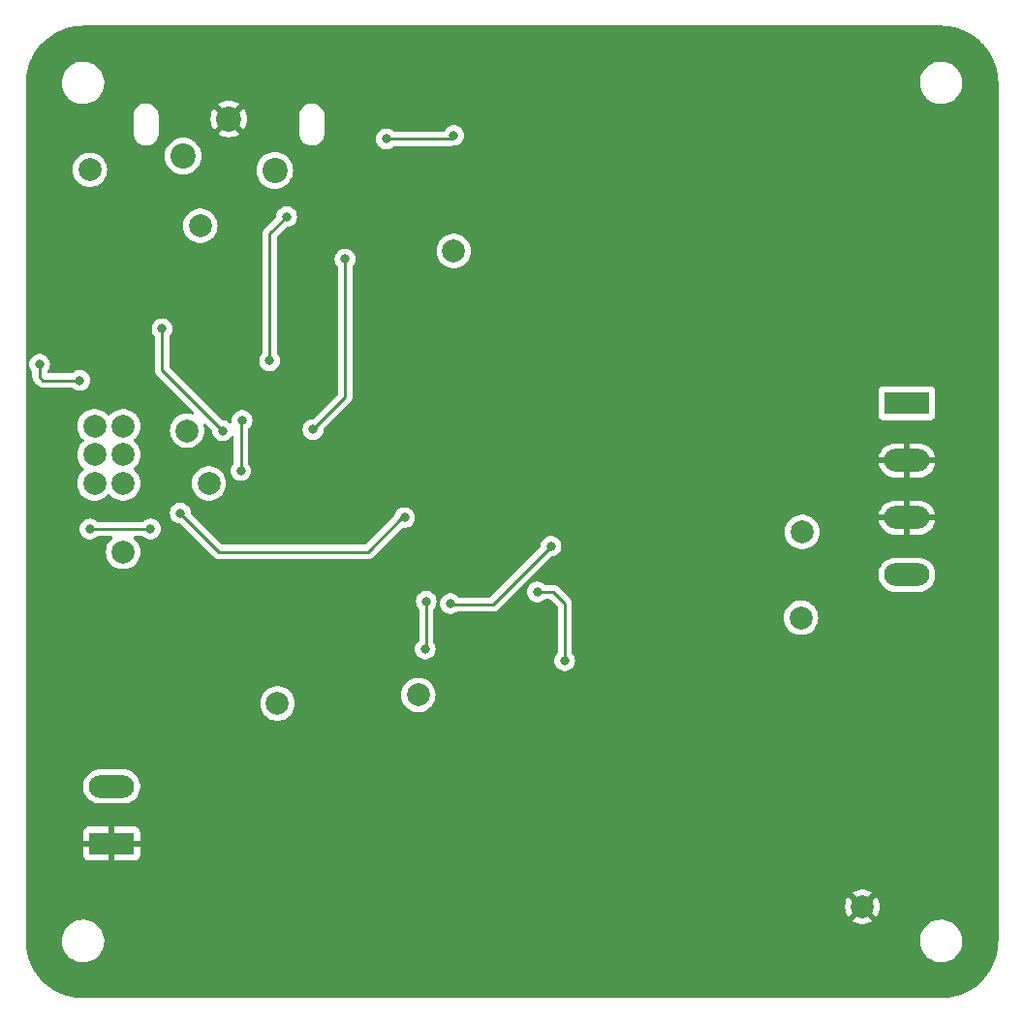
<source format=gbl>
%TF.GenerationSoftware,KiCad,Pcbnew,7.0.7*%
%TF.CreationDate,2023-08-30T15:53:29-04:00*%
%TF.ProjectId,Basic Stereo Amp,42617369-6320-4537-9465-72656f20416d,rev?*%
%TF.SameCoordinates,Original*%
%TF.FileFunction,Copper,L2,Bot*%
%TF.FilePolarity,Positive*%
%FSLAX46Y46*%
G04 Gerber Fmt 4.6, Leading zero omitted, Abs format (unit mm)*
G04 Created by KiCad (PCBNEW 7.0.7) date 2023-08-30 15:53:29*
%MOMM*%
%LPD*%
G01*
G04 APERTURE LIST*
%TA.AperFunction,ComponentPad*%
%ADD10C,2.000000*%
%TD*%
%TA.AperFunction,ComponentPad*%
%ADD11C,2.200000*%
%TD*%
%TA.AperFunction,ComponentPad*%
%ADD12R,3.960000X1.980000*%
%TD*%
%TA.AperFunction,ComponentPad*%
%ADD13O,3.960000X1.980000*%
%TD*%
%TA.AperFunction,ViaPad*%
%ADD14C,0.800000*%
%TD*%
%TA.AperFunction,Conductor*%
%ADD15C,0.250000*%
%TD*%
G04 APERTURE END LIST*
D10*
%TO.P,TP9,1,1*%
%TO.N,/POWH*%
X173350000Y-89750000D03*
%TD*%
D11*
%TO.P,J1,1,IN1*%
%TO.N,Net-(J1-IN1)*%
X127250000Y-58150000D03*
%TO.P,J1,2,IN2*%
%TO.N,Net-(J1-IN2)*%
X119250000Y-56900000D03*
%TO.P,J1,3,EXT*%
%TO.N,GND*%
X123250000Y-53650000D03*
%TD*%
D10*
%TO.P,TP6,1,1*%
%TO.N,Net-(U3A--)*%
X139800000Y-104000000D03*
%TD*%
%TO.P,TP8,1,1*%
%TO.N,/POWD*%
X173250000Y-97250000D03*
%TD*%
%TO.P,TP5,1,1*%
%TO.N,Net-(R11-Pad2)*%
X121500000Y-85500000D03*
%TD*%
%TO.P,TP1,1,1*%
%TO.N,Net-(J1-IN2)*%
X111100000Y-58100000D03*
%TD*%
%TO.P,TP10,1,1*%
%TO.N,VCC*%
X127500000Y-104750000D03*
%TD*%
%TO.P,TP7,1,1*%
%TO.N,Net-(U3B--)*%
X142900000Y-65200000D03*
%TD*%
%TO.P,TP3,1,1*%
%TO.N,VCC_DIV_2*%
X119600000Y-80900000D03*
%TD*%
%TO.P,RV1,1,1*%
%TO.N,Net-(R11-Pad2)*%
X114000000Y-85500000D03*
%TO.P,RV1,2,2*%
%TO.N,Net-(U3A-+)*%
X114000000Y-83000000D03*
%TO.P,RV1,3,3*%
%TO.N,VCC_DIV_2*%
X114000000Y-80500000D03*
%TO.P,RV1,4,4*%
%TO.N,Net-(R12-Pad2)*%
X111500000Y-85500000D03*
%TO.P,RV1,5,5*%
%TO.N,Net-(U3B-+)*%
X111500000Y-83000000D03*
%TO.P,RV1,6,6*%
%TO.N,VCC_DIV_2*%
X111500000Y-80500000D03*
%TD*%
D12*
%TO.P,J2,1,Pin_1*%
%TO.N,GND*%
X113000000Y-117000000D03*
D13*
%TO.P,J2,2,Pin_2*%
%TO.N,/PWRIN*%
X113000000Y-112000000D03*
%TD*%
D10*
%TO.P,TP2,1,1*%
%TO.N,Net-(J1-IN1)*%
X120750000Y-63000000D03*
%TD*%
D12*
%TO.P,J3,1,Pin_1*%
%TO.N,/POWH*%
X182500000Y-78500000D03*
D13*
%TO.P,J3,2,Pin_2*%
%TO.N,GND*%
X182500000Y-83500000D03*
%TO.P,J3,3,Pin_3*%
X182500000Y-88500000D03*
%TO.P,J3,4,Pin_4*%
%TO.N,/POWD*%
X182500000Y-93500000D03*
%TD*%
D10*
%TO.P,TP4,1,1*%
%TO.N,Net-(R12-Pad2)*%
X114000000Y-91500000D03*
%TD*%
%TO.P,TP11,1,1*%
%TO.N,GND*%
X178600000Y-122500000D03*
%TD*%
D14*
%TO.N,GND*%
X117300000Y-114300000D03*
X117000000Y-63600000D03*
X163500000Y-127500000D03*
X140000000Y-47000000D03*
X140800000Y-64200000D03*
X160200000Y-73000000D03*
X181600000Y-46800000D03*
X152500000Y-108000000D03*
X111700000Y-46400000D03*
X111000000Y-96000000D03*
X190000000Y-122700000D03*
X171400000Y-89100000D03*
X187000000Y-103500000D03*
X136100000Y-81600000D03*
X143000000Y-100300000D03*
X154100000Y-59500000D03*
X119500000Y-67000000D03*
X152000000Y-125800000D03*
X180000000Y-50000000D03*
X135000000Y-95000000D03*
X187000000Y-98500000D03*
X148400000Y-72200000D03*
X126500000Y-61000000D03*
X187000000Y-59000000D03*
X106500000Y-124500000D03*
X143000000Y-67500000D03*
X151900000Y-55600000D03*
X106500000Y-97000000D03*
X147600000Y-67800000D03*
X187000000Y-69500000D03*
X167500000Y-94000000D03*
X117000000Y-107000000D03*
X166500000Y-127500000D03*
X173000000Y-50000000D03*
X155500000Y-65500000D03*
X138700000Y-86600000D03*
X173000000Y-106900000D03*
X142000000Y-109000000D03*
X145100000Y-58400000D03*
X188300000Y-128500000D03*
X108300000Y-114300000D03*
X174000000Y-119900000D03*
X141500000Y-69500000D03*
X155500000Y-72500000D03*
X151500000Y-99200000D03*
X121400000Y-124400000D03*
X145200000Y-74800000D03*
X141500000Y-73000000D03*
X165800000Y-66100000D03*
X186700000Y-86000000D03*
X106500000Y-77500000D03*
X130000000Y-60000000D03*
X135500000Y-69500000D03*
X136300000Y-88900000D03*
X160200000Y-61900000D03*
X166000000Y-107500000D03*
X160200000Y-66100000D03*
X186700000Y-91100000D03*
X148000000Y-109000000D03*
X121300000Y-108700000D03*
X121300000Y-113500000D03*
X134100000Y-107300000D03*
X152000000Y-120500000D03*
X153800000Y-114100000D03*
X172750000Y-93000000D03*
X143000000Y-86500000D03*
X123000000Y-67500000D03*
X137400000Y-67800000D03*
X161700000Y-113900000D03*
X156500000Y-79500000D03*
X154300000Y-102500000D03*
X119900000Y-50800000D03*
X129700000Y-83400000D03*
X142000000Y-117000000D03*
X187000000Y-109000000D03*
X130700000Y-78800000D03*
X147600000Y-63000000D03*
X170400000Y-64800000D03*
X111000000Y-63000000D03*
X123700000Y-97200000D03*
X174200000Y-64600000D03*
X119500000Y-95300000D03*
X189000000Y-53600000D03*
X170300000Y-69700000D03*
X166400000Y-89100000D03*
X172100000Y-46300000D03*
X187000000Y-113500000D03*
X157500000Y-108000000D03*
X147600000Y-56500000D03*
X188500000Y-47700000D03*
X116500000Y-121250000D03*
X182900000Y-129700000D03*
X111900000Y-129500000D03*
X186700000Y-80800000D03*
X107500000Y-107000000D03*
X149200000Y-89800000D03*
X148100000Y-54000000D03*
X134400000Y-55000000D03*
X124250000Y-129000000D03*
X106500000Y-56000000D03*
X151000000Y-65600000D03*
X141000000Y-88500000D03*
X106500000Y-90500000D03*
X174500000Y-126000000D03*
X117250000Y-129500000D03*
X135500000Y-47000000D03*
X157000000Y-114000000D03*
X147800000Y-84400000D03*
X155300000Y-46300000D03*
X129000000Y-50600000D03*
X155000000Y-129000000D03*
X179200000Y-126000000D03*
X138600000Y-71600000D03*
X187500000Y-121000000D03*
X174000000Y-112000000D03*
X115700000Y-73300000D03*
X138400000Y-80900000D03*
X147800000Y-75000000D03*
X121300000Y-118400000D03*
X186000000Y-64900000D03*
X150600000Y-75000000D03*
X111400000Y-69900000D03*
X107700000Y-47400000D03*
X178500000Y-76500000D03*
X151500000Y-82000000D03*
X107600000Y-128500000D03*
X160000000Y-102000000D03*
X150000000Y-47000000D03*
X160700000Y-46300000D03*
X126000000Y-93000000D03*
X145300000Y-82000000D03*
X184500000Y-76000000D03*
X137000000Y-105000000D03*
X132600000Y-80700000D03*
X119800000Y-91300000D03*
X154000000Y-87100000D03*
X174000000Y-56500000D03*
X129200000Y-94800000D03*
X140000000Y-51000000D03*
X122500000Y-71100000D03*
X137000000Y-101000000D03*
X166300000Y-46400000D03*
X144800000Y-63000000D03*
X142000000Y-127000000D03*
X113500000Y-58900000D03*
X133500000Y-63700000D03*
X106500000Y-63000000D03*
%TO.N,Net-(U2A-+)*%
X122700000Y-80900000D03*
X117400000Y-72000000D03*
%TO.N,Net-(U2B-+)*%
X106700000Y-75100000D03*
X110200000Y-76500000D03*
%TO.N,Net-(U3A--)*%
X140400000Y-100000000D03*
X140500000Y-95800000D03*
%TO.N,Net-(D1-A)*%
X150200000Y-95000000D03*
X152600000Y-101000000D03*
%TO.N,Net-(U3B--)*%
X151400000Y-91000000D03*
X142600000Y-96000000D03*
%TO.N,Net-(U2A--)*%
X133400000Y-65900000D03*
X130600000Y-80800000D03*
%TO.N,Net-(U1B-+)*%
X137000000Y-55400000D03*
X142900000Y-55100000D03*
%TO.N,Net-(R11-Pad2)*%
X124400000Y-80000000D03*
X124300000Y-84400000D03*
%TO.N,Net-(R12-Pad2)*%
X138600000Y-88500000D03*
X119000000Y-88100000D03*
%TO.N,VCC_DIV_2*%
X126800000Y-74800000D03*
X128300000Y-62200000D03*
%TO.N,Net-(U3B-+)*%
X111100000Y-89500000D03*
X116400000Y-89500000D03*
%TD*%
D15*
%TO.N,Net-(U2A-+)*%
X122700000Y-80900000D02*
X117400000Y-75600000D01*
X117400000Y-75600000D02*
X117400000Y-72000000D01*
%TO.N,Net-(U2B-+)*%
X107000000Y-76500000D02*
X110200000Y-76500000D01*
X106700000Y-76200000D02*
X107000000Y-76500000D01*
X106700000Y-75100000D02*
X106700000Y-76200000D01*
%TO.N,Net-(U3A--)*%
X140500000Y-99900000D02*
X140400000Y-100000000D01*
X140500000Y-95800000D02*
X140500000Y-99900000D01*
%TO.N,Net-(D1-A)*%
X152600000Y-96000000D02*
X152600000Y-101000000D01*
X150200000Y-95000000D02*
X151600000Y-95000000D01*
X151600000Y-95000000D02*
X152600000Y-96000000D01*
%TO.N,Net-(U3B--)*%
X142700000Y-96100000D02*
X146300000Y-96100000D01*
X146300000Y-96100000D02*
X151400000Y-91000000D01*
X142600000Y-96000000D02*
X142700000Y-96100000D01*
%TO.N,Net-(U2A--)*%
X133400000Y-78000000D02*
X133400000Y-65900000D01*
X130600000Y-80800000D02*
X133400000Y-78000000D01*
%TO.N,Net-(U1B-+)*%
X142600000Y-55400000D02*
X137000000Y-55400000D01*
X142900000Y-55100000D02*
X142600000Y-55400000D01*
%TO.N,Net-(R11-Pad2)*%
X124300000Y-80100000D02*
X124400000Y-80000000D01*
X124300000Y-84400000D02*
X124300000Y-80100000D01*
%TO.N,Net-(R12-Pad2)*%
X135400000Y-91500000D02*
X122400000Y-91500000D01*
X138600000Y-88500000D02*
X138400000Y-88500000D01*
X122400000Y-91500000D02*
X119000000Y-88100000D01*
X138400000Y-88500000D02*
X135400000Y-91500000D01*
%TO.N,VCC_DIV_2*%
X128300000Y-62200000D02*
X126800000Y-63700000D01*
X126800000Y-63700000D02*
X126800000Y-74800000D01*
%TO.N,Net-(U3B-+)*%
X116400000Y-89500000D02*
X111000000Y-89500000D01*
%TD*%
%TA.AperFunction,Conductor*%
%TO.N,GND*%
G36*
X185717318Y-45509488D02*
G01*
X185915934Y-45518160D01*
X185920865Y-45518574D01*
X186136792Y-45545489D01*
X186332940Y-45571313D01*
X186337265Y-45571883D01*
X186341894Y-45572671D01*
X186554183Y-45617183D01*
X186752534Y-45661157D01*
X186756778Y-45662257D01*
X186964544Y-45724112D01*
X187158658Y-45785317D01*
X187162530Y-45786680D01*
X187364457Y-45865472D01*
X187552817Y-45943494D01*
X187556252Y-45945045D01*
X187631343Y-45981755D01*
X187750992Y-46040249D01*
X187888629Y-46111897D01*
X187932009Y-46134479D01*
X187935107Y-46136207D01*
X188121382Y-46247202D01*
X188293662Y-46356957D01*
X188296377Y-46358789D01*
X188472918Y-46484837D01*
X188635098Y-46609282D01*
X188637426Y-46611159D01*
X188803055Y-46751439D01*
X188954895Y-46890574D01*
X189109424Y-47045103D01*
X189248555Y-47196938D01*
X189263008Y-47214003D01*
X189388839Y-47362572D01*
X189390716Y-47364900D01*
X189515162Y-47527081D01*
X189641209Y-47703621D01*
X189643040Y-47706335D01*
X189752797Y-47878617D01*
X189863791Y-48064891D01*
X189865525Y-48068000D01*
X189959750Y-48249007D01*
X190025992Y-48384503D01*
X190054953Y-48443744D01*
X190056524Y-48447229D01*
X190134536Y-48635566D01*
X190213309Y-48837445D01*
X190214681Y-48841340D01*
X190275899Y-49035496D01*
X190337735Y-49243200D01*
X190338843Y-49247472D01*
X190382818Y-49445826D01*
X190427326Y-49658101D01*
X190428115Y-49662733D01*
X190454524Y-49863319D01*
X190481422Y-50079114D01*
X190481839Y-50084080D01*
X190490513Y-50282728D01*
X190499500Y-50500000D01*
X190499500Y-125500000D01*
X190490513Y-125717271D01*
X190481839Y-125915918D01*
X190481422Y-125920884D01*
X190454524Y-126136680D01*
X190428115Y-126337265D01*
X190427326Y-126341897D01*
X190382818Y-126554173D01*
X190338843Y-126752526D01*
X190337735Y-126756798D01*
X190275899Y-126964503D01*
X190214681Y-127158658D01*
X190213309Y-127162552D01*
X190134536Y-127364433D01*
X190056524Y-127552769D01*
X190054944Y-127556274D01*
X189959750Y-127750992D01*
X189865525Y-127931998D01*
X189863791Y-127935107D01*
X189752797Y-128121382D01*
X189643040Y-128293663D01*
X189641209Y-128296377D01*
X189515162Y-128472918D01*
X189390716Y-128635099D01*
X189388839Y-128637426D01*
X189248557Y-128803059D01*
X189109426Y-128954895D01*
X188954895Y-129109426D01*
X188803059Y-129248557D01*
X188637426Y-129388839D01*
X188635099Y-129390716D01*
X188472918Y-129515162D01*
X188296377Y-129641209D01*
X188293663Y-129643040D01*
X188121382Y-129752797D01*
X187935107Y-129863791D01*
X187931998Y-129865525D01*
X187750992Y-129959750D01*
X187556274Y-130054944D01*
X187552769Y-130056524D01*
X187364433Y-130134536D01*
X187162552Y-130213309D01*
X187158658Y-130214681D01*
X186964503Y-130275899D01*
X186756798Y-130337735D01*
X186752526Y-130338843D01*
X186554173Y-130382818D01*
X186341897Y-130427326D01*
X186337265Y-130428115D01*
X186136680Y-130454524D01*
X185920884Y-130481422D01*
X185915918Y-130481839D01*
X185717271Y-130490513D01*
X185500000Y-130499500D01*
X110500000Y-130499500D01*
X110282728Y-130490513D01*
X110084080Y-130481839D01*
X110079114Y-130481422D01*
X109863319Y-130454524D01*
X109662733Y-130428115D01*
X109658101Y-130427326D01*
X109445826Y-130382818D01*
X109247472Y-130338843D01*
X109243200Y-130337735D01*
X109035496Y-130275899D01*
X108841340Y-130214681D01*
X108837445Y-130213309D01*
X108635566Y-130134536D01*
X108447229Y-130056524D01*
X108443744Y-130054953D01*
X108384503Y-130025992D01*
X108249007Y-129959750D01*
X108068000Y-129865525D01*
X108064891Y-129863791D01*
X107878617Y-129752797D01*
X107706335Y-129643040D01*
X107703621Y-129641209D01*
X107527081Y-129515162D01*
X107364900Y-129390716D01*
X107362572Y-129388839D01*
X107196940Y-129248557D01*
X107045103Y-129109424D01*
X106890574Y-128954895D01*
X106751439Y-128803055D01*
X106611159Y-128637426D01*
X106609282Y-128635098D01*
X106484837Y-128472918D01*
X106358789Y-128296377D01*
X106356957Y-128293662D01*
X106247202Y-128121382D01*
X106136207Y-127935107D01*
X106134473Y-127931998D01*
X106040249Y-127750992D01*
X105981755Y-127631343D01*
X105945045Y-127556252D01*
X105943494Y-127552817D01*
X105865463Y-127364433D01*
X105786680Y-127162530D01*
X105785317Y-127158658D01*
X105724100Y-126964503D01*
X105713246Y-126928044D01*
X105662257Y-126756778D01*
X105661155Y-126752526D01*
X105646602Y-126686883D01*
X105617175Y-126554145D01*
X105611495Y-126527057D01*
X105572671Y-126341894D01*
X105571883Y-126337265D01*
X105557194Y-126225690D01*
X105545489Y-126136791D01*
X105518574Y-125920865D01*
X105518160Y-125915934D01*
X105509486Y-125717271D01*
X105503303Y-125567763D01*
X108645787Y-125567763D01*
X108675413Y-125837013D01*
X108675415Y-125837024D01*
X108743926Y-126099082D01*
X108743928Y-126099088D01*
X108849870Y-126348390D01*
X108921998Y-126466575D01*
X108990979Y-126579605D01*
X108990986Y-126579615D01*
X109164253Y-126787819D01*
X109164259Y-126787824D01*
X109365998Y-126968582D01*
X109591910Y-127118044D01*
X109837176Y-127233020D01*
X109837183Y-127233022D01*
X109837185Y-127233023D01*
X110096557Y-127311057D01*
X110096564Y-127311058D01*
X110096569Y-127311060D01*
X110364561Y-127350500D01*
X110364566Y-127350500D01*
X110567636Y-127350500D01*
X110619133Y-127346730D01*
X110770156Y-127335677D01*
X110882758Y-127310593D01*
X111034546Y-127276782D01*
X111034548Y-127276781D01*
X111034553Y-127276780D01*
X111287558Y-127180014D01*
X111523777Y-127047441D01*
X111738177Y-126881888D01*
X111926186Y-126686881D01*
X112083799Y-126466579D01*
X112157787Y-126322669D01*
X112207649Y-126225690D01*
X112207651Y-126225684D01*
X112207656Y-126225675D01*
X112295118Y-125969305D01*
X112344319Y-125702933D01*
X112349259Y-125567763D01*
X183645787Y-125567763D01*
X183675413Y-125837013D01*
X183675415Y-125837024D01*
X183743926Y-126099082D01*
X183743928Y-126099088D01*
X183849870Y-126348390D01*
X183921998Y-126466575D01*
X183990979Y-126579605D01*
X183990986Y-126579615D01*
X184164253Y-126787819D01*
X184164259Y-126787824D01*
X184365998Y-126968582D01*
X184591910Y-127118044D01*
X184837176Y-127233020D01*
X184837183Y-127233022D01*
X184837185Y-127233023D01*
X185096557Y-127311057D01*
X185096564Y-127311058D01*
X185096569Y-127311060D01*
X185364561Y-127350500D01*
X185364566Y-127350500D01*
X185567636Y-127350500D01*
X185619133Y-127346730D01*
X185770156Y-127335677D01*
X185882758Y-127310593D01*
X186034546Y-127276782D01*
X186034548Y-127276781D01*
X186034553Y-127276780D01*
X186287558Y-127180014D01*
X186523777Y-127047441D01*
X186738177Y-126881888D01*
X186926186Y-126686881D01*
X187083799Y-126466579D01*
X187157787Y-126322669D01*
X187207649Y-126225690D01*
X187207651Y-126225684D01*
X187207656Y-126225675D01*
X187295118Y-125969305D01*
X187344319Y-125702933D01*
X187354212Y-125432235D01*
X187324586Y-125162982D01*
X187256072Y-124900912D01*
X187150130Y-124651610D01*
X187009018Y-124420390D01*
X186919747Y-124313119D01*
X186835746Y-124212180D01*
X186835740Y-124212175D01*
X186634002Y-124031418D01*
X186408092Y-123881957D01*
X186400438Y-123878369D01*
X186162824Y-123766980D01*
X186162819Y-123766978D01*
X186162814Y-123766976D01*
X185903442Y-123688942D01*
X185903428Y-123688939D01*
X185787791Y-123671921D01*
X185635439Y-123649500D01*
X185432369Y-123649500D01*
X185432364Y-123649500D01*
X185229844Y-123664323D01*
X185229831Y-123664325D01*
X184965453Y-123723217D01*
X184965446Y-123723220D01*
X184712439Y-123819987D01*
X184476226Y-123952557D01*
X184261822Y-124118112D01*
X184073822Y-124313109D01*
X184073816Y-124313116D01*
X183916202Y-124533419D01*
X183916199Y-124533424D01*
X183792350Y-124774309D01*
X183792343Y-124774327D01*
X183704884Y-125030685D01*
X183704881Y-125030699D01*
X183655681Y-125297068D01*
X183655680Y-125297075D01*
X183645787Y-125567763D01*
X112349259Y-125567763D01*
X112354212Y-125432235D01*
X112324586Y-125162982D01*
X112256072Y-124900912D01*
X112150130Y-124651610D01*
X112009018Y-124420390D01*
X111919747Y-124313119D01*
X111835746Y-124212180D01*
X111835740Y-124212175D01*
X111634002Y-124031418D01*
X111408092Y-123881957D01*
X111400438Y-123878369D01*
X111162824Y-123766980D01*
X111162819Y-123766978D01*
X111162814Y-123766976D01*
X110903442Y-123688942D01*
X110903428Y-123688939D01*
X110787791Y-123671921D01*
X110635439Y-123649500D01*
X110432369Y-123649500D01*
X110432364Y-123649500D01*
X110229844Y-123664323D01*
X110229831Y-123664325D01*
X109965453Y-123723217D01*
X109965446Y-123723220D01*
X109712439Y-123819987D01*
X109476226Y-123952557D01*
X109261822Y-124118112D01*
X109073822Y-124313109D01*
X109073816Y-124313116D01*
X108916202Y-124533419D01*
X108916199Y-124533424D01*
X108792350Y-124774309D01*
X108792343Y-124774327D01*
X108704884Y-125030685D01*
X108704881Y-125030699D01*
X108655681Y-125297068D01*
X108655680Y-125297075D01*
X108645787Y-125567763D01*
X105503303Y-125567763D01*
X105500500Y-125500000D01*
X105500500Y-125499500D01*
X105500500Y-122500005D01*
X177094859Y-122500005D01*
X177115385Y-122747729D01*
X177115387Y-122747738D01*
X177176412Y-122988717D01*
X177276266Y-123216364D01*
X177376564Y-123369882D01*
X177991050Y-122755395D01*
X178052373Y-122721910D01*
X178122064Y-122726894D01*
X178177998Y-122768765D01*
X178183039Y-122776025D01*
X178183048Y-122776039D01*
X178218239Y-122830798D01*
X178333602Y-122930759D01*
X178331293Y-122933422D01*
X178366006Y-122973499D01*
X178375935Y-123042660D01*
X178346898Y-123106210D01*
X178340882Y-123112669D01*
X177729942Y-123723609D01*
X177776768Y-123760055D01*
X177776770Y-123760056D01*
X177995385Y-123878364D01*
X177995396Y-123878369D01*
X178230506Y-123959083D01*
X178475707Y-124000000D01*
X178724293Y-124000000D01*
X178969493Y-123959083D01*
X179204603Y-123878369D01*
X179204614Y-123878364D01*
X179423228Y-123760057D01*
X179423231Y-123760055D01*
X179470056Y-123723609D01*
X178859116Y-123112669D01*
X178825631Y-123051346D01*
X178830615Y-122981654D01*
X178867641Y-122932193D01*
X178866398Y-122930759D01*
X178873100Y-122924952D01*
X178981761Y-122830798D01*
X179016954Y-122776037D01*
X179069755Y-122730283D01*
X179138914Y-122720339D01*
X179202470Y-122749363D01*
X179208949Y-122755396D01*
X179823434Y-123369882D01*
X179923731Y-123216369D01*
X180023587Y-122988717D01*
X180084612Y-122747738D01*
X180084614Y-122747729D01*
X180105141Y-122500005D01*
X180105141Y-122499994D01*
X180084614Y-122252270D01*
X180084612Y-122252261D01*
X180023587Y-122011282D01*
X179923731Y-121783630D01*
X179823434Y-121630116D01*
X179208949Y-122244602D01*
X179147626Y-122278087D01*
X179077934Y-122273103D01*
X179022001Y-122231231D01*
X179016953Y-122223961D01*
X178981761Y-122169202D01*
X178866398Y-122069241D01*
X178868698Y-122066585D01*
X178833960Y-122026428D01*
X178824074Y-121957261D01*
X178853152Y-121893729D01*
X178859116Y-121887329D01*
X179470056Y-121276389D01*
X179423229Y-121239943D01*
X179204614Y-121121635D01*
X179204603Y-121121630D01*
X178969493Y-121040916D01*
X178724293Y-121000000D01*
X178475707Y-121000000D01*
X178230506Y-121040916D01*
X177995396Y-121121630D01*
X177995390Y-121121632D01*
X177776761Y-121239949D01*
X177729942Y-121276388D01*
X177729942Y-121276390D01*
X178340883Y-121887330D01*
X178374368Y-121948653D01*
X178369384Y-122018344D01*
X178332358Y-122067805D01*
X178333602Y-122069241D01*
X178218238Y-122169202D01*
X178183046Y-122223962D01*
X178130242Y-122269717D01*
X178061083Y-122279660D01*
X177997528Y-122250634D01*
X177991050Y-122244603D01*
X177376564Y-121630116D01*
X177276267Y-121783632D01*
X177176412Y-122011282D01*
X177115387Y-122252261D01*
X177115385Y-122252270D01*
X177094859Y-122499994D01*
X177094859Y-122500005D01*
X105500500Y-122500005D01*
X105500500Y-118037844D01*
X110520000Y-118037844D01*
X110526401Y-118097372D01*
X110526403Y-118097379D01*
X110576645Y-118232086D01*
X110576649Y-118232093D01*
X110662809Y-118347187D01*
X110662812Y-118347190D01*
X110777906Y-118433350D01*
X110777913Y-118433354D01*
X110912620Y-118483596D01*
X110912627Y-118483598D01*
X110972155Y-118489999D01*
X110972172Y-118490000D01*
X112750000Y-118490000D01*
X112750000Y-117774458D01*
X112769685Y-117707419D01*
X112822489Y-117661664D01*
X112888944Y-117651362D01*
X112952297Y-117659054D01*
X112960080Y-117660000D01*
X112960081Y-117660000D01*
X113039920Y-117660000D01*
X113047702Y-117659054D01*
X113111055Y-117651362D01*
X113179975Y-117662822D01*
X113231762Y-117709725D01*
X113250000Y-117774458D01*
X113250000Y-118490000D01*
X115027828Y-118490000D01*
X115027844Y-118489999D01*
X115087372Y-118483598D01*
X115087379Y-118483596D01*
X115222086Y-118433354D01*
X115222093Y-118433350D01*
X115337187Y-118347190D01*
X115337190Y-118347187D01*
X115423350Y-118232093D01*
X115423354Y-118232086D01*
X115473596Y-118097379D01*
X115473598Y-118097372D01*
X115479999Y-118037844D01*
X115480000Y-118037827D01*
X115480000Y-117250000D01*
X113776407Y-117250000D01*
X113709368Y-117230315D01*
X113663613Y-117177511D01*
X113653669Y-117108353D01*
X113656011Y-117096323D01*
X113657349Y-117090891D01*
X113660000Y-117080138D01*
X113660000Y-116919862D01*
X113656010Y-116903677D01*
X113659079Y-116833875D01*
X113699397Y-116776812D01*
X113764166Y-116750606D01*
X113776407Y-116750000D01*
X115480000Y-116750000D01*
X115480000Y-115962172D01*
X115479999Y-115962155D01*
X115473598Y-115902627D01*
X115473596Y-115902620D01*
X115423354Y-115767913D01*
X115423350Y-115767906D01*
X115337190Y-115652812D01*
X115337187Y-115652809D01*
X115222093Y-115566649D01*
X115222086Y-115566645D01*
X115087379Y-115516403D01*
X115087372Y-115516401D01*
X115027844Y-115510000D01*
X113250000Y-115510000D01*
X113250000Y-116225541D01*
X113230315Y-116292580D01*
X113177511Y-116338335D01*
X113111053Y-116348637D01*
X113039922Y-116340000D01*
X113039919Y-116340000D01*
X112960081Y-116340000D01*
X112960078Y-116340000D01*
X112888947Y-116348637D01*
X112820023Y-116337177D01*
X112768237Y-116290273D01*
X112750000Y-116225541D01*
X112750000Y-115510000D01*
X110972155Y-115510000D01*
X110912627Y-115516401D01*
X110912620Y-115516403D01*
X110777913Y-115566645D01*
X110777906Y-115566649D01*
X110662812Y-115652809D01*
X110662809Y-115652812D01*
X110576649Y-115767906D01*
X110576645Y-115767913D01*
X110526403Y-115902620D01*
X110526401Y-115902627D01*
X110520000Y-115962155D01*
X110520000Y-116750000D01*
X112223593Y-116750000D01*
X112290632Y-116769685D01*
X112336387Y-116822489D01*
X112346331Y-116891647D01*
X112343989Y-116903677D01*
X112340000Y-116919859D01*
X112340000Y-117080140D01*
X112343989Y-117096323D01*
X112340921Y-117166125D01*
X112300603Y-117223188D01*
X112235834Y-117249394D01*
X112223593Y-117250000D01*
X110520000Y-117250000D01*
X110520000Y-118037844D01*
X105500500Y-118037844D01*
X105500500Y-112123504D01*
X110519500Y-112123504D01*
X110560157Y-112367153D01*
X110640359Y-112600771D01*
X110640362Y-112600780D01*
X110757928Y-112818022D01*
X110757932Y-112818028D01*
X110909639Y-113012941D01*
X110909641Y-113012943D01*
X110909645Y-113012948D01*
X111091379Y-113180245D01*
X111298169Y-113315348D01*
X111524377Y-113414572D01*
X111763831Y-113475210D01*
X111948355Y-113490500D01*
X111948357Y-113490500D01*
X114051643Y-113490500D01*
X114051645Y-113490500D01*
X114236169Y-113475210D01*
X114475623Y-113414572D01*
X114701831Y-113315348D01*
X114908621Y-113180245D01*
X115090355Y-113012948D01*
X115242073Y-112818020D01*
X115359638Y-112600779D01*
X115439843Y-112367150D01*
X115480500Y-112123506D01*
X115480500Y-111876494D01*
X115439843Y-111632850D01*
X115359638Y-111399221D01*
X115242073Y-111181980D01*
X115242071Y-111181977D01*
X115242067Y-111181971D01*
X115090360Y-110987058D01*
X115090357Y-110987055D01*
X115090355Y-110987052D01*
X114908621Y-110819755D01*
X114908618Y-110819753D01*
X114908617Y-110819752D01*
X114828659Y-110767513D01*
X114701831Y-110684652D01*
X114701828Y-110684650D01*
X114701827Y-110684650D01*
X114475623Y-110585428D01*
X114236165Y-110524789D01*
X114088297Y-110512537D01*
X114051645Y-110509500D01*
X111948355Y-110509500D01*
X111915014Y-110512262D01*
X111763834Y-110524789D01*
X111524376Y-110585428D01*
X111298172Y-110684650D01*
X111091382Y-110819752D01*
X110909642Y-110987055D01*
X110909639Y-110987058D01*
X110757932Y-111181971D01*
X110757928Y-111181977D01*
X110640362Y-111399219D01*
X110640359Y-111399228D01*
X110560157Y-111632846D01*
X110519500Y-111876495D01*
X110519500Y-112123504D01*
X105500500Y-112123504D01*
X105500500Y-104750005D01*
X125994357Y-104750005D01*
X126014890Y-104997812D01*
X126014892Y-104997824D01*
X126075936Y-105238881D01*
X126175826Y-105466606D01*
X126311833Y-105674782D01*
X126311836Y-105674785D01*
X126480256Y-105857738D01*
X126676491Y-106010474D01*
X126895190Y-106128828D01*
X127130386Y-106209571D01*
X127375665Y-106250500D01*
X127624335Y-106250500D01*
X127869614Y-106209571D01*
X128104810Y-106128828D01*
X128323509Y-106010474D01*
X128519744Y-105857738D01*
X128688164Y-105674785D01*
X128824173Y-105466607D01*
X128924063Y-105238881D01*
X128985108Y-104997821D01*
X129005643Y-104750000D01*
X128985108Y-104502179D01*
X128924063Y-104261119D01*
X128918231Y-104247824D01*
X128824173Y-104033393D01*
X128802360Y-104000005D01*
X138294357Y-104000005D01*
X138314890Y-104247812D01*
X138314892Y-104247824D01*
X138375936Y-104488881D01*
X138475826Y-104716606D01*
X138611833Y-104924782D01*
X138611836Y-104924785D01*
X138780256Y-105107738D01*
X138976491Y-105260474D01*
X139195190Y-105378828D01*
X139430386Y-105459571D01*
X139675665Y-105500500D01*
X139924335Y-105500500D01*
X140169614Y-105459571D01*
X140404810Y-105378828D01*
X140623509Y-105260474D01*
X140819744Y-105107738D01*
X140988164Y-104924785D01*
X141124173Y-104716607D01*
X141224063Y-104488881D01*
X141285108Y-104247821D01*
X141305643Y-104000000D01*
X141285108Y-103752179D01*
X141224063Y-103511119D01*
X141214591Y-103489526D01*
X141124173Y-103283393D01*
X140988166Y-103075217D01*
X140966557Y-103051744D01*
X140819744Y-102892262D01*
X140623509Y-102739526D01*
X140623507Y-102739525D01*
X140623506Y-102739524D01*
X140404811Y-102621172D01*
X140404802Y-102621169D01*
X140169616Y-102540429D01*
X139924335Y-102499500D01*
X139675665Y-102499500D01*
X139430383Y-102540429D01*
X139195197Y-102621169D01*
X139195188Y-102621172D01*
X138976493Y-102739524D01*
X138780257Y-102892261D01*
X138611833Y-103075217D01*
X138475826Y-103283393D01*
X138375936Y-103511118D01*
X138314892Y-103752175D01*
X138314890Y-103752187D01*
X138294357Y-103999994D01*
X138294357Y-104000005D01*
X128802360Y-104000005D01*
X128688166Y-103825217D01*
X128620937Y-103752187D01*
X128519744Y-103642262D01*
X128323509Y-103489526D01*
X128323507Y-103489525D01*
X128323506Y-103489524D01*
X128104811Y-103371172D01*
X128104802Y-103371169D01*
X127869616Y-103290429D01*
X127624335Y-103249500D01*
X127375665Y-103249500D01*
X127130383Y-103290429D01*
X126895197Y-103371169D01*
X126895188Y-103371172D01*
X126676493Y-103489524D01*
X126480257Y-103642261D01*
X126311833Y-103825217D01*
X126175826Y-104033393D01*
X126075936Y-104261118D01*
X126014892Y-104502175D01*
X126014890Y-104502187D01*
X125994357Y-104749994D01*
X125994357Y-104750005D01*
X105500500Y-104750005D01*
X105500500Y-100000000D01*
X139494540Y-100000000D01*
X139514326Y-100188256D01*
X139514327Y-100188259D01*
X139572818Y-100368277D01*
X139572821Y-100368284D01*
X139667467Y-100532216D01*
X139757063Y-100631722D01*
X139794129Y-100672888D01*
X139947265Y-100784148D01*
X139947270Y-100784151D01*
X140120192Y-100861142D01*
X140120197Y-100861144D01*
X140305354Y-100900500D01*
X140305355Y-100900500D01*
X140494644Y-100900500D01*
X140494646Y-100900500D01*
X140679803Y-100861144D01*
X140852730Y-100784151D01*
X141005871Y-100672888D01*
X141132533Y-100532216D01*
X141227179Y-100368284D01*
X141285674Y-100188256D01*
X141305460Y-100000000D01*
X141285674Y-99811744D01*
X141227179Y-99631716D01*
X141227176Y-99631710D01*
X141142113Y-99484375D01*
X141125500Y-99422376D01*
X141125500Y-96498687D01*
X141145185Y-96431648D01*
X141157350Y-96415715D01*
X141175891Y-96395122D01*
X141232533Y-96332216D01*
X141327179Y-96168284D01*
X141381858Y-96000000D01*
X141694540Y-96000000D01*
X141714326Y-96188256D01*
X141714327Y-96188259D01*
X141772818Y-96368277D01*
X141772821Y-96368284D01*
X141867467Y-96532216D01*
X141949549Y-96623377D01*
X141994129Y-96672888D01*
X142147265Y-96784148D01*
X142147270Y-96784151D01*
X142320192Y-96861142D01*
X142320197Y-96861144D01*
X142505354Y-96900500D01*
X142505355Y-96900500D01*
X142694644Y-96900500D01*
X142694646Y-96900500D01*
X142879803Y-96861144D01*
X143052730Y-96784151D01*
X143059358Y-96779334D01*
X143100862Y-96749182D01*
X143166669Y-96725702D01*
X143173747Y-96725500D01*
X146217257Y-96725500D01*
X146232877Y-96727224D01*
X146232904Y-96726939D01*
X146240660Y-96727671D01*
X146240667Y-96727673D01*
X146309814Y-96725500D01*
X146339350Y-96725500D01*
X146346228Y-96724630D01*
X146352041Y-96724172D01*
X146398627Y-96722709D01*
X146417869Y-96717117D01*
X146436912Y-96713174D01*
X146456792Y-96710664D01*
X146500122Y-96693507D01*
X146505646Y-96691617D01*
X146509396Y-96690527D01*
X146550390Y-96678618D01*
X146567629Y-96668422D01*
X146585103Y-96659862D01*
X146603727Y-96652488D01*
X146603727Y-96652487D01*
X146603732Y-96652486D01*
X146641449Y-96625082D01*
X146646305Y-96621892D01*
X146686420Y-96598170D01*
X146700589Y-96583999D01*
X146715379Y-96571368D01*
X146731587Y-96559594D01*
X146761299Y-96523676D01*
X146765212Y-96519376D01*
X148284589Y-95000000D01*
X149294540Y-95000000D01*
X149314326Y-95188256D01*
X149314327Y-95188259D01*
X149372818Y-95368277D01*
X149372821Y-95368284D01*
X149467467Y-95532216D01*
X149579106Y-95656203D01*
X149594129Y-95672888D01*
X149747265Y-95784148D01*
X149747270Y-95784151D01*
X149920192Y-95861142D01*
X149920197Y-95861144D01*
X150105354Y-95900500D01*
X150105355Y-95900500D01*
X150294644Y-95900500D01*
X150294646Y-95900500D01*
X150479803Y-95861144D01*
X150652730Y-95784151D01*
X150805871Y-95672888D01*
X150808788Y-95669647D01*
X150811600Y-95666526D01*
X150871087Y-95629879D01*
X150903748Y-95625500D01*
X151289548Y-95625500D01*
X151356587Y-95645185D01*
X151377229Y-95661819D01*
X151938181Y-96222770D01*
X151971666Y-96284093D01*
X151974500Y-96310451D01*
X151974500Y-100301312D01*
X151954815Y-100368351D01*
X151942650Y-100384284D01*
X151867466Y-100467784D01*
X151772821Y-100631715D01*
X151772818Y-100631722D01*
X151714327Y-100811740D01*
X151714326Y-100811744D01*
X151694540Y-101000000D01*
X151714326Y-101188256D01*
X151714327Y-101188259D01*
X151772818Y-101368277D01*
X151772821Y-101368284D01*
X151867467Y-101532216D01*
X151994128Y-101672888D01*
X151994129Y-101672888D01*
X152147265Y-101784148D01*
X152147270Y-101784151D01*
X152320192Y-101861142D01*
X152320197Y-101861144D01*
X152505354Y-101900500D01*
X152505355Y-101900500D01*
X152694644Y-101900500D01*
X152694646Y-101900500D01*
X152879803Y-101861144D01*
X153052730Y-101784151D01*
X153205871Y-101672888D01*
X153332533Y-101532216D01*
X153427179Y-101368284D01*
X153485674Y-101188256D01*
X153505460Y-101000000D01*
X153485674Y-100811744D01*
X153427179Y-100631716D01*
X153332533Y-100467784D01*
X153257350Y-100384284D01*
X153227120Y-100321292D01*
X153225500Y-100301312D01*
X153225500Y-97250005D01*
X171744357Y-97250005D01*
X171764890Y-97497812D01*
X171764892Y-97497824D01*
X171825936Y-97738881D01*
X171925826Y-97966606D01*
X172061833Y-98174782D01*
X172061836Y-98174785D01*
X172230256Y-98357738D01*
X172426491Y-98510474D01*
X172645190Y-98628828D01*
X172880386Y-98709571D01*
X173125665Y-98750500D01*
X173374335Y-98750500D01*
X173619614Y-98709571D01*
X173854810Y-98628828D01*
X174073509Y-98510474D01*
X174269744Y-98357738D01*
X174438164Y-98174785D01*
X174574173Y-97966607D01*
X174674063Y-97738881D01*
X174735108Y-97497821D01*
X174755643Y-97250000D01*
X174735108Y-97002179D01*
X174699393Y-96861144D01*
X174674063Y-96761118D01*
X174574173Y-96533393D01*
X174438166Y-96325217D01*
X174416557Y-96301744D01*
X174269744Y-96142262D01*
X174073509Y-95989526D01*
X174073507Y-95989525D01*
X174073506Y-95989524D01*
X173854811Y-95871172D01*
X173854802Y-95871169D01*
X173619616Y-95790429D01*
X173374335Y-95749500D01*
X173125665Y-95749500D01*
X172880383Y-95790429D01*
X172645197Y-95871169D01*
X172645188Y-95871172D01*
X172426493Y-95989524D01*
X172230257Y-96142261D01*
X172061833Y-96325217D01*
X171925826Y-96533393D01*
X171825936Y-96761118D01*
X171764892Y-97002175D01*
X171764890Y-97002187D01*
X171744357Y-97249994D01*
X171744357Y-97250005D01*
X153225500Y-97250005D01*
X153225500Y-96082742D01*
X153227224Y-96067122D01*
X153226939Y-96067095D01*
X153227673Y-96059333D01*
X153225500Y-95990172D01*
X153225500Y-95960656D01*
X153225500Y-95960650D01*
X153224631Y-95953779D01*
X153224173Y-95947952D01*
X153222710Y-95901373D01*
X153217119Y-95882130D01*
X153213173Y-95863078D01*
X153210664Y-95843208D01*
X153193504Y-95799867D01*
X153191624Y-95794379D01*
X153178618Y-95749610D01*
X153168422Y-95732370D01*
X153159861Y-95714894D01*
X153152487Y-95696270D01*
X153152486Y-95696268D01*
X153125079Y-95658545D01*
X153121888Y-95653686D01*
X153108895Y-95631716D01*
X153098170Y-95613580D01*
X153098168Y-95613578D01*
X153098165Y-95613574D01*
X153084006Y-95599415D01*
X153071368Y-95584619D01*
X153059594Y-95568413D01*
X153023688Y-95538709D01*
X153019376Y-95534786D01*
X152100803Y-94616212D01*
X152090980Y-94603950D01*
X152090759Y-94604134D01*
X152085786Y-94598123D01*
X152085785Y-94598122D01*
X152035364Y-94550773D01*
X152024919Y-94540328D01*
X152014475Y-94529883D01*
X152008986Y-94525625D01*
X152004561Y-94521847D01*
X151970582Y-94489938D01*
X151970580Y-94489936D01*
X151970577Y-94489935D01*
X151953029Y-94480288D01*
X151936763Y-94469604D01*
X151920933Y-94457325D01*
X151878168Y-94438818D01*
X151872922Y-94436248D01*
X151832093Y-94413803D01*
X151832092Y-94413802D01*
X151812693Y-94408822D01*
X151794281Y-94402518D01*
X151775898Y-94394562D01*
X151775892Y-94394560D01*
X151729874Y-94387272D01*
X151724152Y-94386087D01*
X151679021Y-94374500D01*
X151679019Y-94374500D01*
X151658984Y-94374500D01*
X151639586Y-94372973D01*
X151632162Y-94371797D01*
X151619805Y-94369840D01*
X151619804Y-94369840D01*
X151573416Y-94374225D01*
X151567578Y-94374500D01*
X150903748Y-94374500D01*
X150836709Y-94354815D01*
X150811600Y-94333474D01*
X150805873Y-94327114D01*
X150805869Y-94327110D01*
X150652734Y-94215851D01*
X150652729Y-94215848D01*
X150479807Y-94138857D01*
X150479802Y-94138855D01*
X150334000Y-94107865D01*
X150294646Y-94099500D01*
X150105354Y-94099500D01*
X150072897Y-94106398D01*
X149920197Y-94138855D01*
X149920192Y-94138857D01*
X149747270Y-94215848D01*
X149747265Y-94215851D01*
X149594129Y-94327111D01*
X149467466Y-94467785D01*
X149372821Y-94631715D01*
X149372818Y-94631722D01*
X149314327Y-94811740D01*
X149314326Y-94811744D01*
X149294540Y-95000000D01*
X148284589Y-95000000D01*
X149661085Y-93623504D01*
X180019500Y-93623504D01*
X180060157Y-93867153D01*
X180140359Y-94100771D01*
X180140362Y-94100780D01*
X180257928Y-94318022D01*
X180257932Y-94318028D01*
X180409639Y-94512941D01*
X180409641Y-94512943D01*
X180409645Y-94512948D01*
X180591379Y-94680245D01*
X180798169Y-94815348D01*
X181024377Y-94914572D01*
X181263831Y-94975210D01*
X181448355Y-94990500D01*
X181448357Y-94990500D01*
X183551643Y-94990500D01*
X183551645Y-94990500D01*
X183736169Y-94975210D01*
X183975623Y-94914572D01*
X184201831Y-94815348D01*
X184408621Y-94680245D01*
X184590355Y-94512948D01*
X184701740Y-94369840D01*
X184742067Y-94318028D01*
X184742071Y-94318022D01*
X184742073Y-94318020D01*
X184859638Y-94100779D01*
X184939843Y-93867150D01*
X184980500Y-93623506D01*
X184980500Y-93376494D01*
X184939843Y-93132850D01*
X184859638Y-92899221D01*
X184742073Y-92681980D01*
X184742071Y-92681977D01*
X184742067Y-92681971D01*
X184590360Y-92487058D01*
X184590357Y-92487055D01*
X184590355Y-92487052D01*
X184408621Y-92319755D01*
X184408618Y-92319753D01*
X184408617Y-92319752D01*
X184328658Y-92267513D01*
X184201831Y-92184652D01*
X184201828Y-92184650D01*
X184201827Y-92184650D01*
X183975623Y-92085428D01*
X183736165Y-92024789D01*
X183588297Y-92012537D01*
X183551645Y-92009500D01*
X181448355Y-92009500D01*
X181415014Y-92012262D01*
X181263834Y-92024789D01*
X181024376Y-92085428D01*
X180798172Y-92184650D01*
X180591382Y-92319752D01*
X180409642Y-92487055D01*
X180409639Y-92487058D01*
X180257932Y-92681971D01*
X180257928Y-92681977D01*
X180140362Y-92899219D01*
X180140359Y-92899228D01*
X180060157Y-93132846D01*
X180019500Y-93376495D01*
X180019500Y-93623504D01*
X149661085Y-93623504D01*
X151347771Y-91936819D01*
X151409095Y-91903334D01*
X151435453Y-91900500D01*
X151494644Y-91900500D01*
X151494646Y-91900500D01*
X151679803Y-91861144D01*
X151852730Y-91784151D01*
X152005871Y-91672888D01*
X152132533Y-91532216D01*
X152227179Y-91368284D01*
X152285674Y-91188256D01*
X152305460Y-91000000D01*
X152285674Y-90811744D01*
X152227179Y-90631716D01*
X152132533Y-90467784D01*
X152005871Y-90327112D01*
X151955676Y-90290643D01*
X151852734Y-90215851D01*
X151852729Y-90215848D01*
X151679807Y-90138857D01*
X151679802Y-90138855D01*
X151534001Y-90107865D01*
X151494646Y-90099500D01*
X151305354Y-90099500D01*
X151272897Y-90106398D01*
X151120197Y-90138855D01*
X151120192Y-90138857D01*
X150947270Y-90215848D01*
X150947265Y-90215851D01*
X150794129Y-90327111D01*
X150667466Y-90467785D01*
X150572821Y-90631715D01*
X150572818Y-90631722D01*
X150514327Y-90811740D01*
X150514326Y-90811744D01*
X150496679Y-90979649D01*
X150470094Y-91044263D01*
X150461039Y-91054368D01*
X146077228Y-95438181D01*
X146015905Y-95471666D01*
X145989547Y-95474500D01*
X143393788Y-95474500D01*
X143326749Y-95454815D01*
X143301638Y-95433472D01*
X143300062Y-95431722D01*
X143205871Y-95327112D01*
X143205870Y-95327111D01*
X143052734Y-95215851D01*
X143052729Y-95215848D01*
X142879807Y-95138857D01*
X142879802Y-95138855D01*
X142734001Y-95107865D01*
X142694646Y-95099500D01*
X142505354Y-95099500D01*
X142472897Y-95106398D01*
X142320197Y-95138855D01*
X142320192Y-95138857D01*
X142147270Y-95215848D01*
X142147265Y-95215851D01*
X141994129Y-95327111D01*
X141867466Y-95467785D01*
X141772821Y-95631715D01*
X141772818Y-95631722D01*
X141719977Y-95794351D01*
X141714326Y-95811744D01*
X141694540Y-96000000D01*
X141381858Y-96000000D01*
X141385674Y-95988256D01*
X141405460Y-95800000D01*
X141385674Y-95611744D01*
X141327179Y-95431716D01*
X141232533Y-95267784D01*
X141105871Y-95127112D01*
X141105870Y-95127111D01*
X140952734Y-95015851D01*
X140952729Y-95015848D01*
X140779807Y-94938857D01*
X140779802Y-94938855D01*
X140634000Y-94907865D01*
X140594646Y-94899500D01*
X140405354Y-94899500D01*
X140372897Y-94906398D01*
X140220197Y-94938855D01*
X140220192Y-94938857D01*
X140047270Y-95015848D01*
X140047265Y-95015851D01*
X139894129Y-95127111D01*
X139767466Y-95267785D01*
X139672821Y-95431715D01*
X139672818Y-95431722D01*
X139620574Y-95592515D01*
X139614326Y-95611744D01*
X139594540Y-95800000D01*
X139614326Y-95988256D01*
X139614327Y-95988259D01*
X139672818Y-96168277D01*
X139672821Y-96168284D01*
X139767467Y-96332216D01*
X139799937Y-96368277D01*
X139842650Y-96415715D01*
X139872880Y-96478706D01*
X139874500Y-96498687D01*
X139874500Y-99205538D01*
X139854815Y-99272577D01*
X139823387Y-99305854D01*
X139808440Y-99316714D01*
X139794127Y-99327113D01*
X139667466Y-99467785D01*
X139572821Y-99631715D01*
X139572818Y-99631722D01*
X139514327Y-99811740D01*
X139514326Y-99811744D01*
X139494540Y-100000000D01*
X105500500Y-100000000D01*
X105500500Y-89500000D01*
X110194540Y-89500000D01*
X110214326Y-89688256D01*
X110214327Y-89688259D01*
X110272818Y-89868277D01*
X110272821Y-89868284D01*
X110367467Y-90032216D01*
X110463487Y-90138857D01*
X110494129Y-90172888D01*
X110647265Y-90284148D01*
X110647270Y-90284151D01*
X110820192Y-90361142D01*
X110820197Y-90361144D01*
X111005354Y-90400500D01*
X111005355Y-90400500D01*
X111194644Y-90400500D01*
X111194646Y-90400500D01*
X111379803Y-90361144D01*
X111552730Y-90284151D01*
X111705871Y-90172888D01*
X111708788Y-90169647D01*
X111711600Y-90166526D01*
X111771087Y-90129879D01*
X111803748Y-90125500D01*
X112961792Y-90125500D01*
X113028831Y-90145185D01*
X113074586Y-90197989D01*
X113084530Y-90267147D01*
X113055505Y-90330703D01*
X113037955Y-90347353D01*
X112980258Y-90392260D01*
X112811833Y-90575217D01*
X112675826Y-90783393D01*
X112575936Y-91011118D01*
X112514892Y-91252175D01*
X112514890Y-91252187D01*
X112494357Y-91499994D01*
X112494357Y-91500005D01*
X112514890Y-91747812D01*
X112514892Y-91747824D01*
X112575936Y-91988881D01*
X112675826Y-92216606D01*
X112811833Y-92424782D01*
X112811836Y-92424785D01*
X112980256Y-92607738D01*
X113176491Y-92760474D01*
X113395190Y-92878828D01*
X113630386Y-92959571D01*
X113875665Y-93000500D01*
X114124335Y-93000500D01*
X114369614Y-92959571D01*
X114604810Y-92878828D01*
X114823509Y-92760474D01*
X115019744Y-92607738D01*
X115188164Y-92424785D01*
X115324173Y-92216607D01*
X115424063Y-91988881D01*
X115485108Y-91747821D01*
X115505643Y-91500000D01*
X115494728Y-91368277D01*
X115485109Y-91252187D01*
X115485107Y-91252175D01*
X115424063Y-91011118D01*
X115324173Y-90783393D01*
X115188166Y-90575217D01*
X115167860Y-90553159D01*
X115019744Y-90392262D01*
X114962045Y-90347353D01*
X114921233Y-90290643D01*
X114917558Y-90220870D01*
X114952190Y-90160187D01*
X115014131Y-90127860D01*
X115038208Y-90125500D01*
X115696252Y-90125500D01*
X115763291Y-90145185D01*
X115788400Y-90166526D01*
X115794126Y-90172885D01*
X115794130Y-90172889D01*
X115947265Y-90284148D01*
X115947270Y-90284151D01*
X116120192Y-90361142D01*
X116120197Y-90361144D01*
X116305354Y-90400500D01*
X116305355Y-90400500D01*
X116494644Y-90400500D01*
X116494646Y-90400500D01*
X116679803Y-90361144D01*
X116852730Y-90284151D01*
X117005871Y-90172888D01*
X117132533Y-90032216D01*
X117227179Y-89868284D01*
X117285674Y-89688256D01*
X117305460Y-89500000D01*
X117285674Y-89311744D01*
X117227179Y-89131716D01*
X117132533Y-88967784D01*
X117005871Y-88827112D01*
X117005870Y-88827111D01*
X116852734Y-88715851D01*
X116852729Y-88715848D01*
X116679807Y-88638857D01*
X116679802Y-88638855D01*
X116534001Y-88607865D01*
X116494646Y-88599500D01*
X116305354Y-88599500D01*
X116272897Y-88606398D01*
X116120197Y-88638855D01*
X116120192Y-88638857D01*
X115947270Y-88715848D01*
X115947265Y-88715851D01*
X115794130Y-88827110D01*
X115794126Y-88827114D01*
X115788400Y-88833474D01*
X115728913Y-88870121D01*
X115696252Y-88874500D01*
X111803748Y-88874500D01*
X111736709Y-88854815D01*
X111711600Y-88833474D01*
X111705873Y-88827114D01*
X111705869Y-88827110D01*
X111552734Y-88715851D01*
X111552729Y-88715848D01*
X111379807Y-88638857D01*
X111379802Y-88638855D01*
X111234000Y-88607865D01*
X111194646Y-88599500D01*
X111005354Y-88599500D01*
X110972897Y-88606398D01*
X110820197Y-88638855D01*
X110820192Y-88638857D01*
X110647270Y-88715848D01*
X110647265Y-88715851D01*
X110494129Y-88827111D01*
X110367466Y-88967785D01*
X110272821Y-89131715D01*
X110272818Y-89131722D01*
X110214327Y-89311740D01*
X110214326Y-89311744D01*
X110194540Y-89500000D01*
X105500500Y-89500000D01*
X105500500Y-88100000D01*
X118094540Y-88100000D01*
X118114326Y-88288256D01*
X118114327Y-88288259D01*
X118172818Y-88468277D01*
X118172821Y-88468284D01*
X118267467Y-88632216D01*
X118394129Y-88772887D01*
X118394129Y-88772888D01*
X118547265Y-88884148D01*
X118547270Y-88884151D01*
X118720192Y-88961142D01*
X118720197Y-88961144D01*
X118905354Y-89000500D01*
X118964548Y-89000500D01*
X119031587Y-89020185D01*
X119052229Y-89036819D01*
X121899197Y-91883788D01*
X121909022Y-91896051D01*
X121909243Y-91895869D01*
X121914214Y-91901878D01*
X121935043Y-91921437D01*
X121964635Y-91949226D01*
X121985529Y-91970120D01*
X121991011Y-91974373D01*
X121995443Y-91978157D01*
X122029418Y-92010062D01*
X122046976Y-92019714D01*
X122063235Y-92030395D01*
X122079064Y-92042673D01*
X122121838Y-92061182D01*
X122127056Y-92063738D01*
X122167908Y-92086197D01*
X122187316Y-92091180D01*
X122205717Y-92097480D01*
X122224104Y-92105437D01*
X122267488Y-92112308D01*
X122270119Y-92112725D01*
X122275839Y-92113909D01*
X122320981Y-92125500D01*
X122341016Y-92125500D01*
X122360414Y-92127026D01*
X122380194Y-92130159D01*
X122380195Y-92130160D01*
X122380195Y-92130159D01*
X122380196Y-92130160D01*
X122426583Y-92125775D01*
X122432422Y-92125500D01*
X135317257Y-92125500D01*
X135332877Y-92127224D01*
X135332904Y-92126939D01*
X135340660Y-92127671D01*
X135340667Y-92127673D01*
X135409814Y-92125500D01*
X135439350Y-92125500D01*
X135446228Y-92124630D01*
X135452041Y-92124172D01*
X135498627Y-92122709D01*
X135517869Y-92117117D01*
X135536912Y-92113174D01*
X135556792Y-92110664D01*
X135600122Y-92093507D01*
X135605646Y-92091617D01*
X135609396Y-92090527D01*
X135650390Y-92078618D01*
X135667629Y-92068422D01*
X135685103Y-92059862D01*
X135703727Y-92052488D01*
X135703727Y-92052487D01*
X135703732Y-92052486D01*
X135741449Y-92025082D01*
X135746305Y-92021892D01*
X135786420Y-91998170D01*
X135800589Y-91983999D01*
X135815379Y-91971368D01*
X135831587Y-91959594D01*
X135861299Y-91923676D01*
X135865212Y-91919376D01*
X138034583Y-89750005D01*
X171844357Y-89750005D01*
X171864890Y-89997812D01*
X171864892Y-89997824D01*
X171925936Y-90238881D01*
X172025826Y-90466606D01*
X172161833Y-90674782D01*
X172161836Y-90674785D01*
X172330256Y-90857738D01*
X172526491Y-91010474D01*
X172745190Y-91128828D01*
X172980386Y-91209571D01*
X173225665Y-91250500D01*
X173474335Y-91250500D01*
X173719614Y-91209571D01*
X173954810Y-91128828D01*
X174173509Y-91010474D01*
X174369744Y-90857738D01*
X174538164Y-90674785D01*
X174674173Y-90466607D01*
X174774063Y-90238881D01*
X174835108Y-89997821D01*
X174855643Y-89750000D01*
X174835108Y-89502179D01*
X174799393Y-89361144D01*
X174774063Y-89261118D01*
X174674173Y-89033393D01*
X174538166Y-88825217D01*
X174516557Y-88801744D01*
X174369744Y-88642262D01*
X174173509Y-88489526D01*
X174173507Y-88489525D01*
X174173506Y-88489524D01*
X173954811Y-88371172D01*
X173954802Y-88371169D01*
X173719616Y-88290429D01*
X173477325Y-88249999D01*
X180041114Y-88249999D01*
X180041116Y-88250000D01*
X181723593Y-88250000D01*
X181790632Y-88269685D01*
X181836387Y-88322489D01*
X181846331Y-88391647D01*
X181843989Y-88403677D01*
X181840000Y-88419859D01*
X181840000Y-88580140D01*
X181843989Y-88596323D01*
X181840921Y-88666125D01*
X181800603Y-88723188D01*
X181735834Y-88749394D01*
X181723593Y-88750000D01*
X180041115Y-88750000D01*
X180060643Y-88867029D01*
X180140818Y-89100570D01*
X180140821Y-89100578D01*
X180258348Y-89317748D01*
X180258352Y-89317754D01*
X180410008Y-89512601D01*
X180410011Y-89512605D01*
X180591688Y-89679851D01*
X180798408Y-89814907D01*
X181024539Y-89914098D01*
X181263909Y-89974715D01*
X181448369Y-89990000D01*
X182250000Y-89990000D01*
X182250000Y-89274458D01*
X182269685Y-89207419D01*
X182322489Y-89161664D01*
X182388944Y-89151362D01*
X182452297Y-89159054D01*
X182460080Y-89160000D01*
X182460081Y-89160000D01*
X182539920Y-89160000D01*
X182547702Y-89159054D01*
X182611055Y-89151362D01*
X182679975Y-89162822D01*
X182731762Y-89209725D01*
X182750000Y-89274458D01*
X182750000Y-89990000D01*
X183551631Y-89990000D01*
X183736090Y-89974715D01*
X183975460Y-89914098D01*
X184201591Y-89814907D01*
X184408311Y-89679851D01*
X184589988Y-89512605D01*
X184589991Y-89512601D01*
X184741647Y-89317754D01*
X184741651Y-89317748D01*
X184859178Y-89100578D01*
X184859181Y-89100570D01*
X184939356Y-88867029D01*
X184958885Y-88750000D01*
X183276407Y-88750000D01*
X183209368Y-88730315D01*
X183163613Y-88677511D01*
X183153669Y-88608353D01*
X183156011Y-88596323D01*
X183157349Y-88590891D01*
X183160000Y-88580138D01*
X183160000Y-88419862D01*
X183156010Y-88403677D01*
X183159079Y-88333875D01*
X183199397Y-88276812D01*
X183264166Y-88250606D01*
X183276407Y-88250000D01*
X184958884Y-88250000D01*
X184958885Y-88249999D01*
X184939356Y-88132970D01*
X184859181Y-87899429D01*
X184859178Y-87899421D01*
X184741651Y-87682251D01*
X184741647Y-87682245D01*
X184589991Y-87487398D01*
X184589988Y-87487394D01*
X184408311Y-87320148D01*
X184201591Y-87185092D01*
X183975460Y-87085901D01*
X183736090Y-87025284D01*
X183551631Y-87010000D01*
X182750000Y-87010000D01*
X182750000Y-87725541D01*
X182730315Y-87792580D01*
X182677511Y-87838335D01*
X182611053Y-87848637D01*
X182539922Y-87840000D01*
X182539919Y-87840000D01*
X182460081Y-87840000D01*
X182460078Y-87840000D01*
X182388947Y-87848637D01*
X182320023Y-87837177D01*
X182268237Y-87790273D01*
X182250000Y-87725541D01*
X182250000Y-87010000D01*
X181448369Y-87010000D01*
X181263909Y-87025284D01*
X181024539Y-87085901D01*
X180798408Y-87185092D01*
X180591688Y-87320148D01*
X180410011Y-87487394D01*
X180410008Y-87487398D01*
X180258352Y-87682245D01*
X180258348Y-87682251D01*
X180140821Y-87899421D01*
X180140818Y-87899429D01*
X180060643Y-88132970D01*
X180041114Y-88249999D01*
X173477325Y-88249999D01*
X173474335Y-88249500D01*
X173225665Y-88249500D01*
X172980383Y-88290429D01*
X172745197Y-88371169D01*
X172745188Y-88371172D01*
X172526493Y-88489524D01*
X172330257Y-88642261D01*
X172161833Y-88825217D01*
X172025826Y-89033393D01*
X171925936Y-89261118D01*
X171864892Y-89502175D01*
X171864890Y-89502187D01*
X171844357Y-89749994D01*
X171844357Y-89750005D01*
X138034583Y-89750005D01*
X138357741Y-89426847D01*
X138419062Y-89393364D01*
X138471197Y-89393240D01*
X138505354Y-89400500D01*
X138505356Y-89400500D01*
X138694644Y-89400500D01*
X138694646Y-89400500D01*
X138879803Y-89361144D01*
X139052730Y-89284151D01*
X139205871Y-89172888D01*
X139332533Y-89032216D01*
X139427179Y-88868284D01*
X139485674Y-88688256D01*
X139505460Y-88500000D01*
X139485674Y-88311744D01*
X139427179Y-88131716D01*
X139332533Y-87967784D01*
X139205871Y-87827112D01*
X139158342Y-87792580D01*
X139052734Y-87715851D01*
X139052729Y-87715848D01*
X138879807Y-87638857D01*
X138879802Y-87638855D01*
X138734001Y-87607865D01*
X138694646Y-87599500D01*
X138505354Y-87599500D01*
X138472897Y-87606398D01*
X138320197Y-87638855D01*
X138320192Y-87638857D01*
X138147270Y-87715848D01*
X138147265Y-87715851D01*
X137994129Y-87827111D01*
X137867466Y-87967785D01*
X137772821Y-88131715D01*
X137772820Y-88131717D01*
X137728654Y-88267643D01*
X137698404Y-88317004D01*
X135177228Y-90838181D01*
X135115905Y-90871666D01*
X135089547Y-90874500D01*
X122710453Y-90874500D01*
X122643414Y-90854815D01*
X122622772Y-90838181D01*
X119938960Y-88154369D01*
X119905475Y-88093046D01*
X119903323Y-88079668D01*
X119885674Y-87911744D01*
X119827179Y-87731716D01*
X119732533Y-87567784D01*
X119605871Y-87427112D01*
X119605870Y-87427111D01*
X119452734Y-87315851D01*
X119452729Y-87315848D01*
X119279807Y-87238857D01*
X119279802Y-87238855D01*
X119134000Y-87207865D01*
X119094646Y-87199500D01*
X118905354Y-87199500D01*
X118872897Y-87206398D01*
X118720197Y-87238855D01*
X118720192Y-87238857D01*
X118547270Y-87315848D01*
X118547265Y-87315851D01*
X118394129Y-87427111D01*
X118267466Y-87567785D01*
X118172821Y-87731715D01*
X118172818Y-87731722D01*
X118118330Y-87899421D01*
X118114326Y-87911744D01*
X118094540Y-88100000D01*
X105500500Y-88100000D01*
X105500500Y-85500005D01*
X109994357Y-85500005D01*
X110014890Y-85747812D01*
X110014892Y-85747824D01*
X110075936Y-85988881D01*
X110175826Y-86216606D01*
X110311833Y-86424782D01*
X110311836Y-86424785D01*
X110480256Y-86607738D01*
X110676491Y-86760474D01*
X110895190Y-86878828D01*
X111130386Y-86959571D01*
X111375665Y-87000500D01*
X111624335Y-87000500D01*
X111869614Y-86959571D01*
X112104810Y-86878828D01*
X112323509Y-86760474D01*
X112519744Y-86607738D01*
X112658770Y-86456714D01*
X112718657Y-86420725D01*
X112788495Y-86422825D01*
X112841229Y-86456714D01*
X112980256Y-86607738D01*
X113176491Y-86760474D01*
X113395190Y-86878828D01*
X113630386Y-86959571D01*
X113875665Y-87000500D01*
X114124335Y-87000500D01*
X114369614Y-86959571D01*
X114604810Y-86878828D01*
X114823509Y-86760474D01*
X115019744Y-86607738D01*
X115188164Y-86424785D01*
X115324173Y-86216607D01*
X115424063Y-85988881D01*
X115485108Y-85747821D01*
X115505643Y-85500005D01*
X119994357Y-85500005D01*
X120014890Y-85747812D01*
X120014892Y-85747824D01*
X120075936Y-85988881D01*
X120175826Y-86216606D01*
X120311833Y-86424782D01*
X120311836Y-86424785D01*
X120480256Y-86607738D01*
X120676491Y-86760474D01*
X120895190Y-86878828D01*
X121130386Y-86959571D01*
X121375665Y-87000500D01*
X121624335Y-87000500D01*
X121869614Y-86959571D01*
X122104810Y-86878828D01*
X122323509Y-86760474D01*
X122519744Y-86607738D01*
X122688164Y-86424785D01*
X122824173Y-86216607D01*
X122924063Y-85988881D01*
X122985108Y-85747821D01*
X123005643Y-85500000D01*
X122985108Y-85252179D01*
X122924063Y-85011119D01*
X122914799Y-84990000D01*
X122824173Y-84783393D01*
X122688166Y-84575217D01*
X122630524Y-84512601D01*
X122519744Y-84392262D01*
X122323509Y-84239526D01*
X122323507Y-84239525D01*
X122323506Y-84239524D01*
X122104811Y-84121172D01*
X122104802Y-84121169D01*
X121869616Y-84040429D01*
X121624335Y-83999500D01*
X121375665Y-83999500D01*
X121130383Y-84040429D01*
X120895197Y-84121169D01*
X120895188Y-84121172D01*
X120676493Y-84239524D01*
X120480257Y-84392261D01*
X120311833Y-84575217D01*
X120175826Y-84783393D01*
X120075936Y-85011118D01*
X120014892Y-85252175D01*
X120014890Y-85252187D01*
X119994357Y-85499994D01*
X119994357Y-85500005D01*
X115505643Y-85500005D01*
X115505643Y-85500000D01*
X115485108Y-85252179D01*
X115424063Y-85011119D01*
X115414799Y-84990000D01*
X115324173Y-84783393D01*
X115188166Y-84575217D01*
X115026866Y-84399999D01*
X115019744Y-84392262D01*
X114981529Y-84362518D01*
X114962686Y-84347852D01*
X114921873Y-84291141D01*
X114918200Y-84221368D01*
X114952831Y-84160685D01*
X114962673Y-84152157D01*
X115019744Y-84107738D01*
X115188164Y-83924785D01*
X115324173Y-83716607D01*
X115424063Y-83488881D01*
X115485108Y-83247821D01*
X115505643Y-83000000D01*
X115497309Y-82899429D01*
X115485109Y-82752187D01*
X115485107Y-82752175D01*
X115424063Y-82511118D01*
X115324173Y-82283393D01*
X115188166Y-82075217D01*
X115126047Y-82007738D01*
X115019744Y-81892262D01*
X114962685Y-81847851D01*
X114921874Y-81791143D01*
X114918199Y-81721370D01*
X114952830Y-81660687D01*
X114962675Y-81652156D01*
X115019744Y-81607738D01*
X115188164Y-81424785D01*
X115324173Y-81216607D01*
X115424063Y-80988881D01*
X115485108Y-80747821D01*
X115486798Y-80727423D01*
X115505643Y-80500005D01*
X115505643Y-80499994D01*
X115485109Y-80252187D01*
X115485107Y-80252175D01*
X115424063Y-80011118D01*
X115324173Y-79783393D01*
X115188166Y-79575217D01*
X115153787Y-79537872D01*
X115019744Y-79392262D01*
X114823509Y-79239526D01*
X114823507Y-79239525D01*
X114823506Y-79239524D01*
X114604811Y-79121172D01*
X114604802Y-79121169D01*
X114369616Y-79040429D01*
X114124335Y-78999500D01*
X113875665Y-78999500D01*
X113630383Y-79040429D01*
X113395197Y-79121169D01*
X113395188Y-79121172D01*
X113176493Y-79239524D01*
X112980256Y-79392261D01*
X112841228Y-79543285D01*
X112781341Y-79579275D01*
X112711503Y-79577174D01*
X112658769Y-79543284D01*
X112653787Y-79537872D01*
X112519744Y-79392262D01*
X112323509Y-79239526D01*
X112323507Y-79239525D01*
X112323506Y-79239524D01*
X112104811Y-79121172D01*
X112104802Y-79121169D01*
X111869616Y-79040429D01*
X111624335Y-78999500D01*
X111375665Y-78999500D01*
X111130383Y-79040429D01*
X110895197Y-79121169D01*
X110895188Y-79121172D01*
X110676493Y-79239524D01*
X110480257Y-79392261D01*
X110311833Y-79575217D01*
X110175826Y-79783393D01*
X110075936Y-80011118D01*
X110014892Y-80252175D01*
X110014890Y-80252187D01*
X109994357Y-80499994D01*
X109994357Y-80500005D01*
X110014890Y-80747812D01*
X110014892Y-80747824D01*
X110075936Y-80988881D01*
X110175826Y-81216606D01*
X110311833Y-81424782D01*
X110311836Y-81424785D01*
X110480256Y-81607738D01*
X110537312Y-81652147D01*
X110578125Y-81708857D01*
X110581800Y-81778630D01*
X110547169Y-81839313D01*
X110537317Y-81847848D01*
X110497283Y-81879008D01*
X110480257Y-81892261D01*
X110311833Y-82075217D01*
X110175826Y-82283393D01*
X110075936Y-82511118D01*
X110014892Y-82752175D01*
X110014890Y-82752187D01*
X109994357Y-82999994D01*
X109994357Y-83000005D01*
X110014890Y-83247812D01*
X110014892Y-83247824D01*
X110075936Y-83488881D01*
X110175826Y-83716606D01*
X110311833Y-83924782D01*
X110311836Y-83924785D01*
X110480256Y-84107738D01*
X110537312Y-84152147D01*
X110578125Y-84208857D01*
X110581800Y-84278630D01*
X110547169Y-84339313D01*
X110537317Y-84347848D01*
X110497283Y-84379008D01*
X110480257Y-84392261D01*
X110311833Y-84575217D01*
X110175826Y-84783393D01*
X110075936Y-85011118D01*
X110014892Y-85252175D01*
X110014890Y-85252187D01*
X109994357Y-85499994D01*
X109994357Y-85500005D01*
X105500500Y-85500005D01*
X105500500Y-75100000D01*
X105794540Y-75100000D01*
X105814326Y-75288256D01*
X105814327Y-75288259D01*
X105872818Y-75468277D01*
X105872821Y-75468284D01*
X105967467Y-75632216D01*
X106000855Y-75669297D01*
X106042650Y-75715715D01*
X106072880Y-75778706D01*
X106074500Y-75798687D01*
X106074500Y-76117255D01*
X106072775Y-76132872D01*
X106073061Y-76132899D01*
X106072326Y-76140665D01*
X106074500Y-76209814D01*
X106074500Y-76239343D01*
X106074501Y-76239360D01*
X106075368Y-76246231D01*
X106075826Y-76252050D01*
X106077290Y-76298624D01*
X106077291Y-76298627D01*
X106082880Y-76317867D01*
X106086824Y-76336911D01*
X106089336Y-76356791D01*
X106106490Y-76400119D01*
X106108382Y-76405647D01*
X106121381Y-76450388D01*
X106131580Y-76467634D01*
X106140138Y-76485103D01*
X106147514Y-76503732D01*
X106174898Y-76541423D01*
X106178106Y-76546307D01*
X106201827Y-76586416D01*
X106201833Y-76586424D01*
X106215990Y-76600580D01*
X106228628Y-76615376D01*
X106240405Y-76631586D01*
X106240406Y-76631587D01*
X106276308Y-76661287D01*
X106280619Y-76665209D01*
X106483686Y-76868277D01*
X106499198Y-76883789D01*
X106509022Y-76896050D01*
X106509243Y-76895868D01*
X106514213Y-76901876D01*
X106564637Y-76949228D01*
X106585523Y-76970115D01*
X106585527Y-76970118D01*
X106585529Y-76970120D01*
X106591011Y-76974373D01*
X106595443Y-76978157D01*
X106629418Y-77010062D01*
X106646976Y-77019714D01*
X106663233Y-77030393D01*
X106679064Y-77042673D01*
X106698737Y-77051186D01*
X106721833Y-77061182D01*
X106727077Y-77063750D01*
X106767908Y-77086197D01*
X106780523Y-77089435D01*
X106787305Y-77091177D01*
X106805719Y-77097481D01*
X106824104Y-77105438D01*
X106870157Y-77112732D01*
X106875826Y-77113906D01*
X106920981Y-77125500D01*
X106941016Y-77125500D01*
X106960413Y-77127026D01*
X106980196Y-77130160D01*
X107026583Y-77125775D01*
X107032422Y-77125500D01*
X109496252Y-77125500D01*
X109563291Y-77145185D01*
X109588400Y-77166526D01*
X109594126Y-77172885D01*
X109594130Y-77172889D01*
X109747265Y-77284148D01*
X109747270Y-77284151D01*
X109920192Y-77361142D01*
X109920197Y-77361144D01*
X110105354Y-77400500D01*
X110105355Y-77400500D01*
X110294644Y-77400500D01*
X110294646Y-77400500D01*
X110479803Y-77361144D01*
X110652730Y-77284151D01*
X110805871Y-77172888D01*
X110932533Y-77032216D01*
X111027179Y-76868284D01*
X111085674Y-76688256D01*
X111105460Y-76500000D01*
X111085674Y-76311744D01*
X111027179Y-76131716D01*
X110932533Y-75967784D01*
X110805871Y-75827112D01*
X110805870Y-75827111D01*
X110652734Y-75715851D01*
X110652729Y-75715848D01*
X110479807Y-75638857D01*
X110479802Y-75638855D01*
X110334001Y-75607865D01*
X110294646Y-75599500D01*
X110105354Y-75599500D01*
X110072897Y-75606398D01*
X109920197Y-75638855D01*
X109920192Y-75638857D01*
X109747270Y-75715848D01*
X109747265Y-75715851D01*
X109594130Y-75827110D01*
X109594126Y-75827114D01*
X109588400Y-75833474D01*
X109528913Y-75870121D01*
X109496252Y-75874500D01*
X107492888Y-75874500D01*
X107425849Y-75854815D01*
X107380094Y-75802011D01*
X107370150Y-75732853D01*
X107399175Y-75669297D01*
X107400738Y-75667528D01*
X107417303Y-75649130D01*
X107432533Y-75632216D01*
X107527179Y-75468284D01*
X107585674Y-75288256D01*
X107605460Y-75100000D01*
X107585674Y-74911744D01*
X107527179Y-74731716D01*
X107432533Y-74567784D01*
X107305871Y-74427112D01*
X107305870Y-74427111D01*
X107152734Y-74315851D01*
X107152729Y-74315848D01*
X106979807Y-74238857D01*
X106979802Y-74238855D01*
X106834001Y-74207865D01*
X106794646Y-74199500D01*
X106605354Y-74199500D01*
X106572897Y-74206398D01*
X106420197Y-74238855D01*
X106420192Y-74238857D01*
X106247270Y-74315848D01*
X106247265Y-74315851D01*
X106094129Y-74427111D01*
X105967466Y-74567785D01*
X105872821Y-74731715D01*
X105872818Y-74731722D01*
X105814327Y-74911740D01*
X105814326Y-74911744D01*
X105794540Y-75100000D01*
X105500500Y-75100000D01*
X105500500Y-72000000D01*
X116494540Y-72000000D01*
X116514326Y-72188256D01*
X116514327Y-72188259D01*
X116572818Y-72368277D01*
X116572821Y-72368284D01*
X116667467Y-72532216D01*
X116710772Y-72580310D01*
X116742650Y-72615715D01*
X116772880Y-72678706D01*
X116774500Y-72698687D01*
X116774499Y-75517255D01*
X116772776Y-75532872D01*
X116773061Y-75532899D01*
X116772326Y-75540665D01*
X116774500Y-75609814D01*
X116774500Y-75639343D01*
X116774501Y-75639360D01*
X116775368Y-75646231D01*
X116775826Y-75652050D01*
X116777290Y-75698624D01*
X116777291Y-75698627D01*
X116782880Y-75717867D01*
X116786824Y-75736911D01*
X116789336Y-75756791D01*
X116806490Y-75800119D01*
X116808382Y-75805647D01*
X116821381Y-75850388D01*
X116831580Y-75867634D01*
X116840138Y-75885103D01*
X116847514Y-75903732D01*
X116874898Y-75941423D01*
X116878106Y-75946307D01*
X116901827Y-75986416D01*
X116901833Y-75986424D01*
X116915990Y-76000580D01*
X116928628Y-76015376D01*
X116940405Y-76031586D01*
X116940406Y-76031587D01*
X116976309Y-76061288D01*
X116980620Y-76065210D01*
X117783687Y-76868277D01*
X120178748Y-79263339D01*
X120212233Y-79324662D01*
X120207249Y-79394354D01*
X120165377Y-79450287D01*
X120099913Y-79474704D01*
X120050804Y-79468301D01*
X119969616Y-79440429D01*
X119724335Y-79399500D01*
X119475665Y-79399500D01*
X119230383Y-79440429D01*
X118995197Y-79521169D01*
X118995188Y-79521172D01*
X118776493Y-79639524D01*
X118580257Y-79792261D01*
X118411833Y-79975217D01*
X118275826Y-80183393D01*
X118175936Y-80411118D01*
X118114892Y-80652175D01*
X118114890Y-80652187D01*
X118094357Y-80899994D01*
X118094357Y-80900005D01*
X118114890Y-81147812D01*
X118114892Y-81147824D01*
X118175936Y-81388881D01*
X118275826Y-81616606D01*
X118411833Y-81824782D01*
X118411836Y-81824785D01*
X118580256Y-82007738D01*
X118776491Y-82160474D01*
X118995190Y-82278828D01*
X119230386Y-82359571D01*
X119475665Y-82400500D01*
X119724335Y-82400500D01*
X119969614Y-82359571D01*
X120204810Y-82278828D01*
X120423509Y-82160474D01*
X120619744Y-82007738D01*
X120788164Y-81824785D01*
X120924173Y-81616607D01*
X121024063Y-81388881D01*
X121085108Y-81147821D01*
X121085109Y-81147812D01*
X121105643Y-80900005D01*
X121105643Y-80899994D01*
X121085109Y-80652187D01*
X121085108Y-80652184D01*
X121085108Y-80652179D01*
X121032046Y-80442643D01*
X121034671Y-80372825D01*
X121074627Y-80315508D01*
X121139228Y-80288891D01*
X121207964Y-80301425D01*
X121239933Y-80324524D01*
X121761038Y-80845629D01*
X121794523Y-80906952D01*
X121796678Y-80920348D01*
X121804968Y-80999227D01*
X121814326Y-81088256D01*
X121814327Y-81088259D01*
X121872818Y-81268277D01*
X121872821Y-81268284D01*
X121967467Y-81432216D01*
X122094129Y-81572887D01*
X122094129Y-81572888D01*
X122247265Y-81684148D01*
X122247270Y-81684151D01*
X122420192Y-81761142D01*
X122420197Y-81761144D01*
X122605354Y-81800500D01*
X122605355Y-81800500D01*
X122794644Y-81800500D01*
X122794646Y-81800500D01*
X122979803Y-81761144D01*
X123152730Y-81684151D01*
X123305871Y-81572888D01*
X123432533Y-81432216D01*
X123443112Y-81413891D01*
X123493679Y-81365676D01*
X123562286Y-81352452D01*
X123627151Y-81378420D01*
X123667680Y-81435334D01*
X123674500Y-81475891D01*
X123674500Y-83701312D01*
X123654815Y-83768351D01*
X123642650Y-83784284D01*
X123567466Y-83867784D01*
X123472821Y-84031715D01*
X123472818Y-84031722D01*
X123415731Y-84207419D01*
X123414326Y-84211744D01*
X123394540Y-84400000D01*
X123414326Y-84588256D01*
X123414327Y-84588259D01*
X123472818Y-84768277D01*
X123472821Y-84768284D01*
X123567467Y-84932216D01*
X123638511Y-85011118D01*
X123694129Y-85072888D01*
X123847265Y-85184148D01*
X123847270Y-85184151D01*
X124020192Y-85261142D01*
X124020197Y-85261144D01*
X124205354Y-85300500D01*
X124205355Y-85300500D01*
X124394644Y-85300500D01*
X124394646Y-85300500D01*
X124579803Y-85261144D01*
X124752730Y-85184151D01*
X124905871Y-85072888D01*
X125032533Y-84932216D01*
X125127179Y-84768284D01*
X125185674Y-84588256D01*
X125205460Y-84400000D01*
X125185674Y-84211744D01*
X125127179Y-84031716D01*
X125032533Y-83867784D01*
X125031853Y-83867029D01*
X124957350Y-83784284D01*
X124927120Y-83721292D01*
X124925500Y-83701312D01*
X124925500Y-83249999D01*
X180041114Y-83249999D01*
X180041116Y-83250000D01*
X181723593Y-83250000D01*
X181790632Y-83269685D01*
X181836387Y-83322489D01*
X181846331Y-83391647D01*
X181843989Y-83403677D01*
X181840000Y-83419859D01*
X181840000Y-83580140D01*
X181843989Y-83596323D01*
X181840921Y-83666125D01*
X181800603Y-83723188D01*
X181735834Y-83749394D01*
X181723593Y-83750000D01*
X180041115Y-83750000D01*
X180060643Y-83867029D01*
X180140818Y-84100570D01*
X180140821Y-84100578D01*
X180258348Y-84317748D01*
X180258352Y-84317754D01*
X180410008Y-84512601D01*
X180410011Y-84512605D01*
X180591688Y-84679851D01*
X180798408Y-84814907D01*
X181024539Y-84914098D01*
X181263909Y-84974715D01*
X181448369Y-84990000D01*
X182250000Y-84990000D01*
X182250000Y-84274458D01*
X182269685Y-84207419D01*
X182322489Y-84161664D01*
X182388944Y-84151362D01*
X182452297Y-84159054D01*
X182460080Y-84160000D01*
X182460081Y-84160000D01*
X182539920Y-84160000D01*
X182547702Y-84159054D01*
X182611055Y-84151362D01*
X182679975Y-84162822D01*
X182731762Y-84209725D01*
X182750000Y-84274458D01*
X182750000Y-84990000D01*
X183551631Y-84990000D01*
X183736090Y-84974715D01*
X183975460Y-84914098D01*
X184201591Y-84814907D01*
X184408311Y-84679851D01*
X184589988Y-84512605D01*
X184589991Y-84512601D01*
X184741647Y-84317754D01*
X184741651Y-84317748D01*
X184859178Y-84100578D01*
X184859181Y-84100570D01*
X184939356Y-83867029D01*
X184958885Y-83750000D01*
X183276407Y-83750000D01*
X183209368Y-83730315D01*
X183163613Y-83677511D01*
X183153669Y-83608353D01*
X183156011Y-83596323D01*
X183157349Y-83590891D01*
X183160000Y-83580138D01*
X183160000Y-83419862D01*
X183156010Y-83403677D01*
X183159079Y-83333875D01*
X183199397Y-83276812D01*
X183264166Y-83250606D01*
X183276407Y-83250000D01*
X184958884Y-83250000D01*
X184958885Y-83249999D01*
X184939356Y-83132970D01*
X184859181Y-82899429D01*
X184859178Y-82899421D01*
X184741651Y-82682251D01*
X184741647Y-82682245D01*
X184589991Y-82487398D01*
X184589988Y-82487394D01*
X184408311Y-82320148D01*
X184201591Y-82185092D01*
X183975460Y-82085901D01*
X183736090Y-82025284D01*
X183551631Y-82010000D01*
X182750000Y-82010000D01*
X182750000Y-82725541D01*
X182730315Y-82792580D01*
X182677511Y-82838335D01*
X182611053Y-82848637D01*
X182539922Y-82840000D01*
X182539919Y-82840000D01*
X182460081Y-82840000D01*
X182460078Y-82840000D01*
X182388947Y-82848637D01*
X182320023Y-82837177D01*
X182268237Y-82790273D01*
X182250000Y-82725541D01*
X182250000Y-82010000D01*
X181448369Y-82010000D01*
X181263909Y-82025284D01*
X181024539Y-82085901D01*
X180798408Y-82185092D01*
X180591688Y-82320148D01*
X180410011Y-82487394D01*
X180410008Y-82487398D01*
X180258352Y-82682245D01*
X180258348Y-82682251D01*
X180140821Y-82899421D01*
X180140818Y-82899429D01*
X180060643Y-83132970D01*
X180041114Y-83249999D01*
X124925500Y-83249999D01*
X124925500Y-80800000D01*
X129694540Y-80800000D01*
X129714326Y-80988256D01*
X129714327Y-80988259D01*
X129772818Y-81168277D01*
X129772821Y-81168284D01*
X129867467Y-81332216D01*
X129918489Y-81388881D01*
X129994129Y-81472888D01*
X130147265Y-81584148D01*
X130147270Y-81584151D01*
X130320192Y-81661142D01*
X130320197Y-81661144D01*
X130505354Y-81700500D01*
X130505355Y-81700500D01*
X130694644Y-81700500D01*
X130694646Y-81700500D01*
X130879803Y-81661144D01*
X131052730Y-81584151D01*
X131205871Y-81472888D01*
X131332533Y-81332216D01*
X131427179Y-81168284D01*
X131485674Y-80988256D01*
X131503321Y-80820344D01*
X131529904Y-80755734D01*
X131538951Y-80745638D01*
X132746719Y-79537870D01*
X180019500Y-79537870D01*
X180019501Y-79537876D01*
X180025908Y-79597483D01*
X180076202Y-79732328D01*
X180076206Y-79732335D01*
X180162452Y-79847544D01*
X180162455Y-79847547D01*
X180277664Y-79933793D01*
X180277671Y-79933797D01*
X180412517Y-79984091D01*
X180412516Y-79984091D01*
X180419444Y-79984835D01*
X180472127Y-79990500D01*
X184527872Y-79990499D01*
X184587483Y-79984091D01*
X184722331Y-79933796D01*
X184837546Y-79847546D01*
X184923796Y-79732331D01*
X184974091Y-79597483D01*
X184980500Y-79537873D01*
X184980499Y-77462128D01*
X184974091Y-77402517D01*
X184929943Y-77284151D01*
X184923797Y-77267671D01*
X184923793Y-77267664D01*
X184837547Y-77152455D01*
X184837544Y-77152452D01*
X184722335Y-77066206D01*
X184722328Y-77066202D01*
X184587482Y-77015908D01*
X184587483Y-77015908D01*
X184527883Y-77009501D01*
X184527881Y-77009500D01*
X184527873Y-77009500D01*
X184527864Y-77009500D01*
X180472129Y-77009500D01*
X180472123Y-77009501D01*
X180412516Y-77015908D01*
X180277671Y-77066202D01*
X180277664Y-77066206D01*
X180162455Y-77152452D01*
X180162452Y-77152455D01*
X180076206Y-77267664D01*
X180076202Y-77267671D01*
X180025908Y-77402517D01*
X180019501Y-77462116D01*
X180019501Y-77462123D01*
X180019500Y-77462135D01*
X180019500Y-79537870D01*
X132746719Y-79537870D01*
X133783788Y-78500801D01*
X133796042Y-78490986D01*
X133795859Y-78490764D01*
X133801866Y-78485792D01*
X133801877Y-78485786D01*
X133832775Y-78452882D01*
X133849227Y-78435364D01*
X133859671Y-78424918D01*
X133870120Y-78414471D01*
X133874379Y-78408978D01*
X133878152Y-78404561D01*
X133910062Y-78370582D01*
X133919715Y-78353020D01*
X133930389Y-78336770D01*
X133942673Y-78320936D01*
X133961180Y-78278167D01*
X133963749Y-78272924D01*
X133986196Y-78232093D01*
X133986197Y-78232092D01*
X133991177Y-78212691D01*
X133997478Y-78194288D01*
X134005438Y-78175896D01*
X134012730Y-78129849D01*
X134013911Y-78124152D01*
X134025500Y-78079019D01*
X134025500Y-78058982D01*
X134027027Y-78039582D01*
X134030160Y-78019804D01*
X134025775Y-77973415D01*
X134025500Y-77967577D01*
X134025500Y-66598687D01*
X134045185Y-66531648D01*
X134057350Y-66515715D01*
X134075891Y-66495122D01*
X134132533Y-66432216D01*
X134227179Y-66268284D01*
X134285674Y-66088256D01*
X134305460Y-65900000D01*
X134285674Y-65711744D01*
X134227179Y-65531716D01*
X134132533Y-65367784D01*
X134005871Y-65227112D01*
X134005870Y-65227111D01*
X133968562Y-65200005D01*
X141394357Y-65200005D01*
X141414890Y-65447812D01*
X141414892Y-65447824D01*
X141475936Y-65688881D01*
X141575826Y-65916606D01*
X141711833Y-66124782D01*
X141711836Y-66124785D01*
X141880256Y-66307738D01*
X142076491Y-66460474D01*
X142295190Y-66578828D01*
X142530386Y-66659571D01*
X142775665Y-66700500D01*
X143024335Y-66700500D01*
X143269614Y-66659571D01*
X143504810Y-66578828D01*
X143723509Y-66460474D01*
X143919744Y-66307738D01*
X144088164Y-66124785D01*
X144224173Y-65916607D01*
X144324063Y-65688881D01*
X144385108Y-65447821D01*
X144391740Y-65367784D01*
X144405643Y-65200005D01*
X144405643Y-65199994D01*
X144385109Y-64952187D01*
X144385107Y-64952175D01*
X144324063Y-64711118D01*
X144224173Y-64483393D01*
X144088166Y-64275217D01*
X144066557Y-64251744D01*
X143919744Y-64092262D01*
X143723509Y-63939526D01*
X143723507Y-63939525D01*
X143723506Y-63939524D01*
X143504811Y-63821172D01*
X143504802Y-63821169D01*
X143269616Y-63740429D01*
X143024335Y-63699500D01*
X142775665Y-63699500D01*
X142530383Y-63740429D01*
X142295197Y-63821169D01*
X142295188Y-63821172D01*
X142076493Y-63939524D01*
X141880257Y-64092261D01*
X141711833Y-64275217D01*
X141575826Y-64483393D01*
X141475936Y-64711118D01*
X141414892Y-64952175D01*
X141414890Y-64952187D01*
X141394357Y-65199994D01*
X141394357Y-65200005D01*
X133968562Y-65200005D01*
X133852734Y-65115851D01*
X133852729Y-65115848D01*
X133679807Y-65038857D01*
X133679802Y-65038855D01*
X133534000Y-65007865D01*
X133494646Y-64999500D01*
X133305354Y-64999500D01*
X133272897Y-65006398D01*
X133120197Y-65038855D01*
X133120192Y-65038857D01*
X132947270Y-65115848D01*
X132947265Y-65115851D01*
X132794129Y-65227111D01*
X132667466Y-65367785D01*
X132572821Y-65531715D01*
X132572818Y-65531722D01*
X132514327Y-65711740D01*
X132514326Y-65711744D01*
X132494540Y-65900000D01*
X132514326Y-66088256D01*
X132514327Y-66088259D01*
X132572818Y-66268277D01*
X132572821Y-66268284D01*
X132667466Y-66432215D01*
X132742649Y-66515715D01*
X132772879Y-66578707D01*
X132774499Y-66598687D01*
X132774500Y-77689546D01*
X132754815Y-77756585D01*
X132738181Y-77777227D01*
X130652228Y-79863181D01*
X130590905Y-79896666D01*
X130564547Y-79899500D01*
X130505354Y-79899500D01*
X130472897Y-79906398D01*
X130320197Y-79938855D01*
X130320192Y-79938857D01*
X130147270Y-80015848D01*
X130147265Y-80015851D01*
X129994129Y-80127111D01*
X129867466Y-80267785D01*
X129772821Y-80431715D01*
X129772818Y-80431722D01*
X129714327Y-80611740D01*
X129714326Y-80611744D01*
X129694540Y-80800000D01*
X124925500Y-80800000D01*
X124925500Y-80794462D01*
X124945185Y-80727423D01*
X124976615Y-80694144D01*
X124986665Y-80686841D01*
X125005871Y-80672888D01*
X125132533Y-80532216D01*
X125227179Y-80368284D01*
X125285674Y-80188256D01*
X125305460Y-80000000D01*
X125285674Y-79811744D01*
X125227179Y-79631716D01*
X125132533Y-79467784D01*
X125005871Y-79327112D01*
X125002499Y-79324662D01*
X124852734Y-79215851D01*
X124852729Y-79215848D01*
X124679807Y-79138857D01*
X124679802Y-79138855D01*
X124534001Y-79107865D01*
X124494646Y-79099500D01*
X124305354Y-79099500D01*
X124272897Y-79106398D01*
X124120197Y-79138855D01*
X124120192Y-79138857D01*
X123947270Y-79215848D01*
X123947265Y-79215851D01*
X123794129Y-79327111D01*
X123667466Y-79467785D01*
X123572821Y-79631715D01*
X123572818Y-79631722D01*
X123520656Y-79792261D01*
X123514326Y-79811744D01*
X123496212Y-79984091D01*
X123494540Y-80000000D01*
X123506870Y-80117315D01*
X123494300Y-80186045D01*
X123446568Y-80237068D01*
X123378828Y-80254186D01*
X123312586Y-80231963D01*
X123310664Y-80230594D01*
X123152734Y-80115851D01*
X123152729Y-80115848D01*
X122979807Y-80038857D01*
X122979802Y-80038855D01*
X122834001Y-80007865D01*
X122794646Y-79999500D01*
X122794645Y-79999500D01*
X122735452Y-79999500D01*
X122668413Y-79979815D01*
X122647771Y-79963181D01*
X120374136Y-77689546D01*
X118061816Y-75377225D01*
X118028333Y-75315905D01*
X118025500Y-75289556D01*
X118025500Y-74800000D01*
X125894540Y-74800000D01*
X125914326Y-74988256D01*
X125914327Y-74988259D01*
X125972818Y-75168277D01*
X125972821Y-75168284D01*
X126067467Y-75332216D01*
X126189977Y-75468277D01*
X126194129Y-75472888D01*
X126347265Y-75584148D01*
X126347270Y-75584151D01*
X126520192Y-75661142D01*
X126520197Y-75661144D01*
X126705354Y-75700500D01*
X126705355Y-75700500D01*
X126894644Y-75700500D01*
X126894646Y-75700500D01*
X127079803Y-75661144D01*
X127252730Y-75584151D01*
X127405871Y-75472888D01*
X127532533Y-75332216D01*
X127627179Y-75168284D01*
X127685674Y-74988256D01*
X127705460Y-74800000D01*
X127685674Y-74611744D01*
X127627179Y-74431716D01*
X127532533Y-74267784D01*
X127506485Y-74238855D01*
X127457349Y-74184283D01*
X127427119Y-74121291D01*
X127425499Y-74101311D01*
X127425499Y-71099500D01*
X127425499Y-64010448D01*
X127445184Y-63943413D01*
X127461813Y-63922776D01*
X128247771Y-63136819D01*
X128309095Y-63103334D01*
X128335453Y-63100500D01*
X128394644Y-63100500D01*
X128394646Y-63100500D01*
X128579803Y-63061144D01*
X128752730Y-62984151D01*
X128905871Y-62872888D01*
X129032533Y-62732216D01*
X129127179Y-62568284D01*
X129185674Y-62388256D01*
X129205460Y-62200000D01*
X129185674Y-62011744D01*
X129127179Y-61831716D01*
X129032533Y-61667784D01*
X128905871Y-61527112D01*
X128905870Y-61527111D01*
X128752734Y-61415851D01*
X128752729Y-61415848D01*
X128579807Y-61338857D01*
X128579802Y-61338855D01*
X128434000Y-61307865D01*
X128394646Y-61299500D01*
X128205354Y-61299500D01*
X128172897Y-61306398D01*
X128020197Y-61338855D01*
X128020192Y-61338857D01*
X127847270Y-61415848D01*
X127847265Y-61415851D01*
X127694129Y-61527111D01*
X127567466Y-61667785D01*
X127472821Y-61831715D01*
X127472818Y-61831722D01*
X127414327Y-62011740D01*
X127414326Y-62011744D01*
X127407655Y-62075215D01*
X127396679Y-62179649D01*
X127370094Y-62244263D01*
X127361039Y-62254368D01*
X126416208Y-63199199D01*
X126403951Y-63209020D01*
X126404134Y-63209241D01*
X126398123Y-63214213D01*
X126350772Y-63264636D01*
X126329889Y-63285519D01*
X126329877Y-63285532D01*
X126325621Y-63291017D01*
X126321837Y-63295447D01*
X126289937Y-63329418D01*
X126289936Y-63329420D01*
X126280284Y-63346976D01*
X126269610Y-63363226D01*
X126257329Y-63379061D01*
X126257324Y-63379068D01*
X126238815Y-63421838D01*
X126236245Y-63427084D01*
X126213803Y-63467906D01*
X126208822Y-63487307D01*
X126202521Y-63505710D01*
X126194562Y-63524102D01*
X126194561Y-63524105D01*
X126187271Y-63570127D01*
X126186087Y-63575846D01*
X126174501Y-63620972D01*
X126174500Y-63620982D01*
X126174500Y-63641016D01*
X126172973Y-63660415D01*
X126169840Y-63680194D01*
X126169840Y-63680195D01*
X126174225Y-63726583D01*
X126174500Y-63732421D01*
X126174500Y-74101312D01*
X126154815Y-74168351D01*
X126142650Y-74184284D01*
X126067466Y-74267784D01*
X125972821Y-74431715D01*
X125972818Y-74431722D01*
X125928609Y-74567785D01*
X125914326Y-74611744D01*
X125894540Y-74800000D01*
X118025500Y-74800000D01*
X118025500Y-72698687D01*
X118045185Y-72631647D01*
X118057350Y-72615715D01*
X118075891Y-72595122D01*
X118132533Y-72532216D01*
X118227179Y-72368284D01*
X118285674Y-72188256D01*
X118305460Y-72000000D01*
X118285674Y-71811744D01*
X118227179Y-71631716D01*
X118132533Y-71467784D01*
X118005871Y-71327112D01*
X118005870Y-71327111D01*
X117852734Y-71215851D01*
X117852729Y-71215848D01*
X117679807Y-71138857D01*
X117679802Y-71138855D01*
X117534000Y-71107865D01*
X117494646Y-71099500D01*
X117305354Y-71099500D01*
X117272897Y-71106398D01*
X117120197Y-71138855D01*
X117120192Y-71138857D01*
X116947270Y-71215848D01*
X116947265Y-71215851D01*
X116794129Y-71327111D01*
X116667466Y-71467785D01*
X116572821Y-71631715D01*
X116572818Y-71631722D01*
X116514327Y-71811740D01*
X116514326Y-71811744D01*
X116494540Y-72000000D01*
X105500500Y-72000000D01*
X105500500Y-63000005D01*
X119244357Y-63000005D01*
X119264890Y-63247812D01*
X119264892Y-63247824D01*
X119325936Y-63488881D01*
X119425826Y-63716606D01*
X119561833Y-63924782D01*
X119561836Y-63924785D01*
X119730256Y-64107738D01*
X119926491Y-64260474D01*
X120145190Y-64378828D01*
X120380386Y-64459571D01*
X120625665Y-64500500D01*
X120874335Y-64500500D01*
X121119614Y-64459571D01*
X121354810Y-64378828D01*
X121573509Y-64260474D01*
X121769744Y-64107738D01*
X121938164Y-63924785D01*
X122074173Y-63716607D01*
X122174063Y-63488881D01*
X122235108Y-63247821D01*
X122247081Y-63103334D01*
X122255643Y-63000005D01*
X122255643Y-62999994D01*
X122235109Y-62752187D01*
X122235107Y-62752175D01*
X122174063Y-62511118D01*
X122074173Y-62283393D01*
X121938166Y-62075217D01*
X121879731Y-62011740D01*
X121769744Y-61892262D01*
X121573509Y-61739526D01*
X121573507Y-61739525D01*
X121573506Y-61739524D01*
X121354811Y-61621172D01*
X121354802Y-61621169D01*
X121119616Y-61540429D01*
X120874335Y-61499500D01*
X120625665Y-61499500D01*
X120380383Y-61540429D01*
X120145197Y-61621169D01*
X120145188Y-61621172D01*
X119926493Y-61739524D01*
X119730257Y-61892261D01*
X119561833Y-62075217D01*
X119425826Y-62283393D01*
X119325936Y-62511118D01*
X119264892Y-62752175D01*
X119264890Y-62752187D01*
X119244357Y-62999994D01*
X119244357Y-63000005D01*
X105500500Y-63000005D01*
X105500500Y-58100005D01*
X109594357Y-58100005D01*
X109614890Y-58347812D01*
X109614892Y-58347824D01*
X109675936Y-58588881D01*
X109775826Y-58816606D01*
X109911833Y-59024782D01*
X109911836Y-59024785D01*
X110080256Y-59207738D01*
X110276491Y-59360474D01*
X110495190Y-59478828D01*
X110730386Y-59559571D01*
X110975665Y-59600500D01*
X111224335Y-59600500D01*
X111469614Y-59559571D01*
X111704810Y-59478828D01*
X111923509Y-59360474D01*
X112119744Y-59207738D01*
X112288164Y-59024785D01*
X112424173Y-58816607D01*
X112524063Y-58588881D01*
X112585108Y-58347821D01*
X112597453Y-58198838D01*
X112605643Y-58100005D01*
X112605643Y-58099994D01*
X112585109Y-57852187D01*
X112585107Y-57852175D01*
X112524063Y-57611118D01*
X112424173Y-57383393D01*
X112288166Y-57175217D01*
X112266009Y-57151148D01*
X112119744Y-56992262D01*
X112001206Y-56900000D01*
X117644551Y-56900000D01*
X117664317Y-57151151D01*
X117723126Y-57396110D01*
X117819533Y-57628859D01*
X117951160Y-57843653D01*
X117951161Y-57843656D01*
X117998300Y-57898848D01*
X118114776Y-58035224D01*
X118263066Y-58161875D01*
X118306343Y-58198838D01*
X118306346Y-58198839D01*
X118521140Y-58330466D01*
X118691783Y-58401148D01*
X118753889Y-58426873D01*
X118998852Y-58485683D01*
X119250000Y-58505449D01*
X119501148Y-58485683D01*
X119746111Y-58426873D01*
X119978859Y-58330466D01*
X120193659Y-58198836D01*
X120250839Y-58150000D01*
X125644551Y-58150000D01*
X125664317Y-58401151D01*
X125723126Y-58646110D01*
X125819533Y-58878859D01*
X125951160Y-59093653D01*
X125951161Y-59093656D01*
X125951164Y-59093659D01*
X126114776Y-59285224D01*
X126202884Y-59360475D01*
X126306343Y-59448838D01*
X126306346Y-59448839D01*
X126521140Y-59580466D01*
X126753889Y-59676873D01*
X126998852Y-59735683D01*
X127250000Y-59755449D01*
X127501148Y-59735683D01*
X127746111Y-59676873D01*
X127978859Y-59580466D01*
X128193659Y-59448836D01*
X128385224Y-59285224D01*
X128548836Y-59093659D01*
X128680466Y-58878859D01*
X128776873Y-58646111D01*
X128835683Y-58401148D01*
X128855449Y-58150000D01*
X128835683Y-57898852D01*
X128776873Y-57653889D01*
X128680466Y-57421141D01*
X128680466Y-57421140D01*
X128548839Y-57206346D01*
X128548838Y-57206343D01*
X128501697Y-57151148D01*
X128385224Y-57014776D01*
X128250837Y-56899999D01*
X128193656Y-56851161D01*
X128193653Y-56851160D01*
X127978859Y-56719533D01*
X127746110Y-56623126D01*
X127501151Y-56564317D01*
X127250000Y-56544551D01*
X126998848Y-56564317D01*
X126753889Y-56623126D01*
X126521140Y-56719533D01*
X126306346Y-56851160D01*
X126306343Y-56851161D01*
X126114776Y-57014776D01*
X125951161Y-57206343D01*
X125951160Y-57206346D01*
X125819533Y-57421140D01*
X125723126Y-57653889D01*
X125664317Y-57898848D01*
X125644551Y-58150000D01*
X120250839Y-58150000D01*
X120385224Y-58035224D01*
X120548836Y-57843659D01*
X120680466Y-57628859D01*
X120776873Y-57396111D01*
X120835683Y-57151148D01*
X120855449Y-56900000D01*
X120835683Y-56648852D01*
X120776873Y-56403889D01*
X120734048Y-56300500D01*
X120680466Y-56171140D01*
X120548839Y-55956346D01*
X120548838Y-55956343D01*
X120464333Y-55857401D01*
X120385224Y-55764776D01*
X120230014Y-55632214D01*
X120193656Y-55601161D01*
X120193653Y-55601160D01*
X119978859Y-55469533D01*
X119746110Y-55373126D01*
X119501151Y-55314317D01*
X119250000Y-55294551D01*
X118998848Y-55314317D01*
X118753889Y-55373126D01*
X118521140Y-55469533D01*
X118306346Y-55601160D01*
X118306343Y-55601161D01*
X118114776Y-55764776D01*
X117951161Y-55956343D01*
X117951160Y-55956346D01*
X117819533Y-56171140D01*
X117723126Y-56403889D01*
X117664317Y-56648848D01*
X117644551Y-56900000D01*
X112001206Y-56900000D01*
X111923509Y-56839526D01*
X111923507Y-56839525D01*
X111923506Y-56839524D01*
X111704811Y-56721172D01*
X111704802Y-56721169D01*
X111469616Y-56640429D01*
X111224335Y-56599500D01*
X110975665Y-56599500D01*
X110730383Y-56640429D01*
X110495197Y-56721169D01*
X110495188Y-56721172D01*
X110276493Y-56839524D01*
X110080257Y-56992261D01*
X109911833Y-57175217D01*
X109775826Y-57383393D01*
X109675936Y-57611118D01*
X109614892Y-57852175D01*
X109614890Y-57852187D01*
X109594357Y-58099994D01*
X109594357Y-58100005D01*
X105500500Y-58100005D01*
X105500500Y-54952425D01*
X114899500Y-54952425D01*
X114914472Y-55109218D01*
X114973684Y-55310875D01*
X115005777Y-55373127D01*
X115069991Y-55497686D01*
X115199905Y-55662883D01*
X115199909Y-55662887D01*
X115358746Y-55800521D01*
X115540750Y-55905601D01*
X115540752Y-55905601D01*
X115540756Y-55905604D01*
X115739367Y-55974344D01*
X115947398Y-56004254D01*
X116157330Y-55994254D01*
X116361576Y-55944704D01*
X116494175Y-55884148D01*
X116552743Y-55857401D01*
X116552746Y-55857399D01*
X116552753Y-55857396D01*
X116723952Y-55735486D01*
X116793179Y-55662883D01*
X116868985Y-55583379D01*
X116924057Y-55497686D01*
X116982613Y-55406572D01*
X117060725Y-55211457D01*
X117100500Y-55005085D01*
X117100500Y-53649999D01*
X121645052Y-53649999D01*
X121664812Y-53901072D01*
X121723603Y-54145956D01*
X121819980Y-54378631D01*
X121951566Y-54593358D01*
X121951577Y-54593374D01*
X121952264Y-54594178D01*
X121952266Y-54594178D01*
X122568589Y-53977855D01*
X122629912Y-53944370D01*
X122699603Y-53949354D01*
X122754645Y-53990048D01*
X122822075Y-54077925D01*
X122822076Y-54077926D01*
X122909948Y-54145352D01*
X122951151Y-54201780D01*
X122955306Y-54271526D01*
X122922143Y-54331409D01*
X122305819Y-54947732D01*
X122306636Y-54948430D01*
X122306638Y-54948432D01*
X122521368Y-55080019D01*
X122754043Y-55176396D01*
X122998927Y-55235187D01*
X123250000Y-55254947D01*
X123501072Y-55235187D01*
X123745956Y-55176396D01*
X123978631Y-55080019D01*
X124186844Y-54952425D01*
X129399500Y-54952425D01*
X129414472Y-55109218D01*
X129473684Y-55310875D01*
X129505777Y-55373127D01*
X129569991Y-55497686D01*
X129699905Y-55662883D01*
X129699909Y-55662887D01*
X129858746Y-55800521D01*
X130040750Y-55905601D01*
X130040752Y-55905601D01*
X130040756Y-55905604D01*
X130239367Y-55974344D01*
X130447398Y-56004254D01*
X130657330Y-55994254D01*
X130861576Y-55944704D01*
X130994175Y-55884148D01*
X131052743Y-55857401D01*
X131052746Y-55857399D01*
X131052753Y-55857396D01*
X131223952Y-55735486D01*
X131293179Y-55662883D01*
X131368985Y-55583379D01*
X131424057Y-55497686D01*
X131482613Y-55406572D01*
X131485244Y-55400000D01*
X136094540Y-55400000D01*
X136114326Y-55588256D01*
X136114327Y-55588259D01*
X136172818Y-55768277D01*
X136172821Y-55768284D01*
X136267467Y-55932216D01*
X136388401Y-56066526D01*
X136394129Y-56072888D01*
X136547265Y-56184148D01*
X136547270Y-56184151D01*
X136720192Y-56261142D01*
X136720197Y-56261144D01*
X136905354Y-56300500D01*
X136905355Y-56300500D01*
X137094644Y-56300500D01*
X137094646Y-56300500D01*
X137279803Y-56261144D01*
X137452730Y-56184151D01*
X137605871Y-56072888D01*
X137608788Y-56069647D01*
X137611600Y-56066526D01*
X137671087Y-56029879D01*
X137703748Y-56025500D01*
X142517257Y-56025500D01*
X142532877Y-56027224D01*
X142532904Y-56026939D01*
X142540660Y-56027671D01*
X142540667Y-56027673D01*
X142609814Y-56025500D01*
X142639350Y-56025500D01*
X142646228Y-56024630D01*
X142652041Y-56024172D01*
X142698627Y-56022709D01*
X142717869Y-56017117D01*
X142736912Y-56013174D01*
X142756792Y-56010664D01*
X142760470Y-56009207D01*
X142806116Y-56000500D01*
X142994644Y-56000500D01*
X142994646Y-56000500D01*
X143179803Y-55961144D01*
X143352730Y-55884151D01*
X143505871Y-55772888D01*
X143632533Y-55632216D01*
X143727179Y-55468284D01*
X143785674Y-55288256D01*
X143805460Y-55100000D01*
X143785674Y-54911744D01*
X143727179Y-54731716D01*
X143632533Y-54567784D01*
X143505871Y-54427112D01*
X143505870Y-54427111D01*
X143352734Y-54315851D01*
X143352729Y-54315848D01*
X143179807Y-54238857D01*
X143179802Y-54238855D01*
X143034000Y-54207865D01*
X142994646Y-54199500D01*
X142805354Y-54199500D01*
X142772897Y-54206398D01*
X142620197Y-54238855D01*
X142620192Y-54238857D01*
X142447270Y-54315848D01*
X142447265Y-54315851D01*
X142294129Y-54427111D01*
X142167465Y-54567785D01*
X142083915Y-54712500D01*
X142033348Y-54760716D01*
X141976528Y-54774500D01*
X137703748Y-54774500D01*
X137636709Y-54754815D01*
X137611600Y-54733474D01*
X137605873Y-54727114D01*
X137605869Y-54727110D01*
X137452734Y-54615851D01*
X137452729Y-54615848D01*
X137279807Y-54538857D01*
X137279802Y-54538855D01*
X137134000Y-54507865D01*
X137094646Y-54499500D01*
X136905354Y-54499500D01*
X136872897Y-54506398D01*
X136720197Y-54538855D01*
X136720192Y-54538857D01*
X136547270Y-54615848D01*
X136547265Y-54615851D01*
X136394129Y-54727111D01*
X136267466Y-54867785D01*
X136172821Y-55031715D01*
X136172818Y-55031722D01*
X136125811Y-55176396D01*
X136114326Y-55211744D01*
X136094540Y-55400000D01*
X131485244Y-55400000D01*
X131560725Y-55211457D01*
X131600500Y-55005085D01*
X131600500Y-53347575D01*
X131585528Y-53190782D01*
X131526316Y-52989125D01*
X131430011Y-52802318D01*
X131430009Y-52802316D01*
X131430008Y-52802313D01*
X131300094Y-52637116D01*
X131300090Y-52637112D01*
X131141253Y-52499478D01*
X130959249Y-52394398D01*
X130959245Y-52394396D01*
X130959244Y-52394396D01*
X130760633Y-52325656D01*
X130552602Y-52295746D01*
X130552598Y-52295746D01*
X130342672Y-52305745D01*
X130138421Y-52355296D01*
X130138417Y-52355298D01*
X129947256Y-52442598D01*
X129947251Y-52442601D01*
X129776046Y-52564515D01*
X129776040Y-52564520D01*
X129631014Y-52716620D01*
X129517388Y-52893425D01*
X129439274Y-53088544D01*
X129399500Y-53294914D01*
X129399500Y-53294915D01*
X129399500Y-54952425D01*
X124186844Y-54952425D01*
X124193360Y-54948432D01*
X124193371Y-54948424D01*
X124194179Y-54947732D01*
X123577856Y-54331409D01*
X123544371Y-54270086D01*
X123549355Y-54200394D01*
X123590049Y-54145353D01*
X123677925Y-54077925D01*
X123745355Y-53990048D01*
X123801781Y-53948848D01*
X123871527Y-53944693D01*
X123931410Y-53977856D01*
X124547732Y-54594179D01*
X124548424Y-54593371D01*
X124548432Y-54593360D01*
X124680019Y-54378631D01*
X124776396Y-54145956D01*
X124835187Y-53901072D01*
X124854947Y-53650000D01*
X124835187Y-53398927D01*
X124776396Y-53154043D01*
X124680019Y-52921368D01*
X124548432Y-52706638D01*
X124548430Y-52706636D01*
X124547732Y-52705819D01*
X123931409Y-53322143D01*
X123870086Y-53355628D01*
X123800394Y-53350644D01*
X123745352Y-53309948D01*
X123677926Y-53222076D01*
X123637143Y-53190782D01*
X123590048Y-53154645D01*
X123548847Y-53098218D01*
X123544692Y-53028472D01*
X123577855Y-52968589D01*
X124194178Y-52352266D01*
X124194178Y-52352264D01*
X124193374Y-52351577D01*
X124193358Y-52351566D01*
X123978631Y-52219980D01*
X123745956Y-52123603D01*
X123501072Y-52064812D01*
X123250000Y-52045052D01*
X122998927Y-52064812D01*
X122754043Y-52123603D01*
X122521368Y-52219980D01*
X122306637Y-52351568D01*
X122305820Y-52352266D01*
X122922144Y-52968590D01*
X122955629Y-53029913D01*
X122950645Y-53099605D01*
X122909950Y-53154645D01*
X122822075Y-53222075D01*
X122822074Y-53222076D01*
X122754645Y-53309950D01*
X122698216Y-53351152D01*
X122628470Y-53355306D01*
X122568589Y-53322143D01*
X121952266Y-52705820D01*
X121951568Y-52706637D01*
X121819980Y-52921368D01*
X121723603Y-53154043D01*
X121664812Y-53398927D01*
X121645052Y-53649999D01*
X117100500Y-53649999D01*
X117100500Y-53347575D01*
X117085528Y-53190782D01*
X117026316Y-52989125D01*
X116930011Y-52802318D01*
X116930009Y-52802316D01*
X116930008Y-52802313D01*
X116800094Y-52637116D01*
X116800090Y-52637112D01*
X116641253Y-52499478D01*
X116459249Y-52394398D01*
X116459245Y-52394396D01*
X116459244Y-52394396D01*
X116260633Y-52325656D01*
X116052602Y-52295746D01*
X116052598Y-52295746D01*
X115842672Y-52305745D01*
X115638421Y-52355296D01*
X115638417Y-52355298D01*
X115447256Y-52442598D01*
X115447251Y-52442601D01*
X115276046Y-52564515D01*
X115276040Y-52564520D01*
X115131014Y-52716620D01*
X115017388Y-52893425D01*
X114939274Y-53088544D01*
X114899500Y-53294914D01*
X114899500Y-53294915D01*
X114899500Y-54952425D01*
X105500500Y-54952425D01*
X105500500Y-50567763D01*
X108645787Y-50567763D01*
X108675413Y-50837013D01*
X108675415Y-50837024D01*
X108743926Y-51099082D01*
X108743928Y-51099088D01*
X108849870Y-51348390D01*
X108921998Y-51466575D01*
X108990979Y-51579605D01*
X108990986Y-51579615D01*
X109164253Y-51787819D01*
X109164259Y-51787824D01*
X109365998Y-51968582D01*
X109591910Y-52118044D01*
X109837176Y-52233020D01*
X109837183Y-52233022D01*
X109837185Y-52233023D01*
X110096557Y-52311057D01*
X110096564Y-52311058D01*
X110096569Y-52311060D01*
X110364561Y-52350500D01*
X110364566Y-52350500D01*
X110567636Y-52350500D01*
X110619133Y-52346730D01*
X110770156Y-52335677D01*
X110904525Y-52305745D01*
X111034546Y-52276782D01*
X111034548Y-52276781D01*
X111034553Y-52276780D01*
X111287558Y-52180014D01*
X111523777Y-52047441D01*
X111738177Y-51881888D01*
X111926186Y-51686881D01*
X112083799Y-51466579D01*
X112157787Y-51322669D01*
X112207649Y-51225690D01*
X112207651Y-51225684D01*
X112207656Y-51225675D01*
X112295118Y-50969305D01*
X112344319Y-50702933D01*
X112349259Y-50567763D01*
X183645787Y-50567763D01*
X183675413Y-50837013D01*
X183675415Y-50837024D01*
X183743926Y-51099082D01*
X183743928Y-51099088D01*
X183849870Y-51348390D01*
X183921998Y-51466575D01*
X183990979Y-51579605D01*
X183990986Y-51579615D01*
X184164253Y-51787819D01*
X184164259Y-51787824D01*
X184365998Y-51968582D01*
X184591910Y-52118044D01*
X184837176Y-52233020D01*
X184837183Y-52233022D01*
X184837185Y-52233023D01*
X185096557Y-52311057D01*
X185096564Y-52311058D01*
X185096569Y-52311060D01*
X185364561Y-52350500D01*
X185364566Y-52350500D01*
X185567636Y-52350500D01*
X185619133Y-52346730D01*
X185770156Y-52335677D01*
X185904525Y-52305745D01*
X186034546Y-52276782D01*
X186034548Y-52276781D01*
X186034553Y-52276780D01*
X186287558Y-52180014D01*
X186523777Y-52047441D01*
X186738177Y-51881888D01*
X186926186Y-51686881D01*
X187083799Y-51466579D01*
X187157787Y-51322669D01*
X187207649Y-51225690D01*
X187207651Y-51225684D01*
X187207656Y-51225675D01*
X187295118Y-50969305D01*
X187344319Y-50702933D01*
X187354212Y-50432235D01*
X187324586Y-50162982D01*
X187256072Y-49900912D01*
X187150130Y-49651610D01*
X187009018Y-49420390D01*
X186919747Y-49313119D01*
X186835746Y-49212180D01*
X186835740Y-49212175D01*
X186634002Y-49031418D01*
X186408092Y-48881957D01*
X186321448Y-48841340D01*
X186162824Y-48766980D01*
X186162819Y-48766978D01*
X186162814Y-48766976D01*
X185903442Y-48688942D01*
X185903428Y-48688939D01*
X185787791Y-48671921D01*
X185635439Y-48649500D01*
X185432369Y-48649500D01*
X185432364Y-48649500D01*
X185229844Y-48664323D01*
X185229831Y-48664325D01*
X184965453Y-48723217D01*
X184965446Y-48723220D01*
X184712439Y-48819987D01*
X184476226Y-48952557D01*
X184261822Y-49118112D01*
X184073822Y-49313109D01*
X184073816Y-49313116D01*
X183916202Y-49533419D01*
X183916199Y-49533424D01*
X183792350Y-49774309D01*
X183792343Y-49774327D01*
X183704884Y-50030685D01*
X183704881Y-50030699D01*
X183695025Y-50084059D01*
X183656400Y-50293178D01*
X183655681Y-50297068D01*
X183655680Y-50297075D01*
X183645787Y-50567763D01*
X112349259Y-50567763D01*
X112354212Y-50432235D01*
X112324586Y-50162982D01*
X112256072Y-49900912D01*
X112150130Y-49651610D01*
X112009018Y-49420390D01*
X111919747Y-49313119D01*
X111835746Y-49212180D01*
X111835740Y-49212175D01*
X111634002Y-49031418D01*
X111408092Y-48881957D01*
X111321448Y-48841340D01*
X111162824Y-48766980D01*
X111162819Y-48766978D01*
X111162814Y-48766976D01*
X110903442Y-48688942D01*
X110903428Y-48688939D01*
X110787791Y-48671921D01*
X110635439Y-48649500D01*
X110432369Y-48649500D01*
X110432364Y-48649500D01*
X110229844Y-48664323D01*
X110229831Y-48664325D01*
X109965453Y-48723217D01*
X109965446Y-48723220D01*
X109712439Y-48819987D01*
X109476226Y-48952557D01*
X109261822Y-49118112D01*
X109073822Y-49313109D01*
X109073816Y-49313116D01*
X108916202Y-49533419D01*
X108916199Y-49533424D01*
X108792350Y-49774309D01*
X108792343Y-49774327D01*
X108704884Y-50030685D01*
X108704881Y-50030699D01*
X108695025Y-50084059D01*
X108656400Y-50293178D01*
X108655681Y-50297068D01*
X108655680Y-50297075D01*
X108645787Y-50567763D01*
X105500500Y-50567763D01*
X105500500Y-50499999D01*
X105509488Y-50282673D01*
X105518160Y-50084059D01*
X105518573Y-50079140D01*
X105545487Y-49863223D01*
X105571884Y-49662726D01*
X105572669Y-49658114D01*
X105617191Y-49445778D01*
X105661160Y-49247451D01*
X105662253Y-49243235D01*
X105724112Y-49035457D01*
X105785324Y-48841320D01*
X105786673Y-48837488D01*
X105865469Y-48635551D01*
X105943499Y-48447170D01*
X105945033Y-48443771D01*
X106014381Y-48301920D01*
X106040249Y-48249007D01*
X106073419Y-48185284D01*
X106134494Y-48067960D01*
X106136207Y-48064891D01*
X106247211Y-47878601D01*
X106356972Y-47706313D01*
X106358765Y-47703656D01*
X106484856Y-47527054D01*
X106609313Y-47364861D01*
X106611135Y-47362601D01*
X106751448Y-47196933D01*
X106890563Y-47045115D01*
X107045115Y-46890563D01*
X107196933Y-46751448D01*
X107362601Y-46611135D01*
X107364861Y-46609313D01*
X107527054Y-46484856D01*
X107703656Y-46358765D01*
X107706313Y-46356972D01*
X107878601Y-46247211D01*
X108064900Y-46136201D01*
X108067960Y-46134494D01*
X108185284Y-46073419D01*
X108249007Y-46040249D01*
X108323655Y-46003755D01*
X108443771Y-45945033D01*
X108447170Y-45943499D01*
X108635551Y-45865469D01*
X108837488Y-45786673D01*
X108841320Y-45785324D01*
X109035457Y-45724112D01*
X109243235Y-45662253D01*
X109247451Y-45661160D01*
X109445778Y-45617191D01*
X109658114Y-45572669D01*
X109662726Y-45571884D01*
X109863223Y-45545487D01*
X110079138Y-45518574D01*
X110084061Y-45518160D01*
X110282569Y-45509493D01*
X110500000Y-45500500D01*
X110500500Y-45500500D01*
X185499500Y-45500500D01*
X185500000Y-45500500D01*
X185717318Y-45509488D01*
G37*
%TD.AperFunction*%
%TD*%
M02*

</source>
